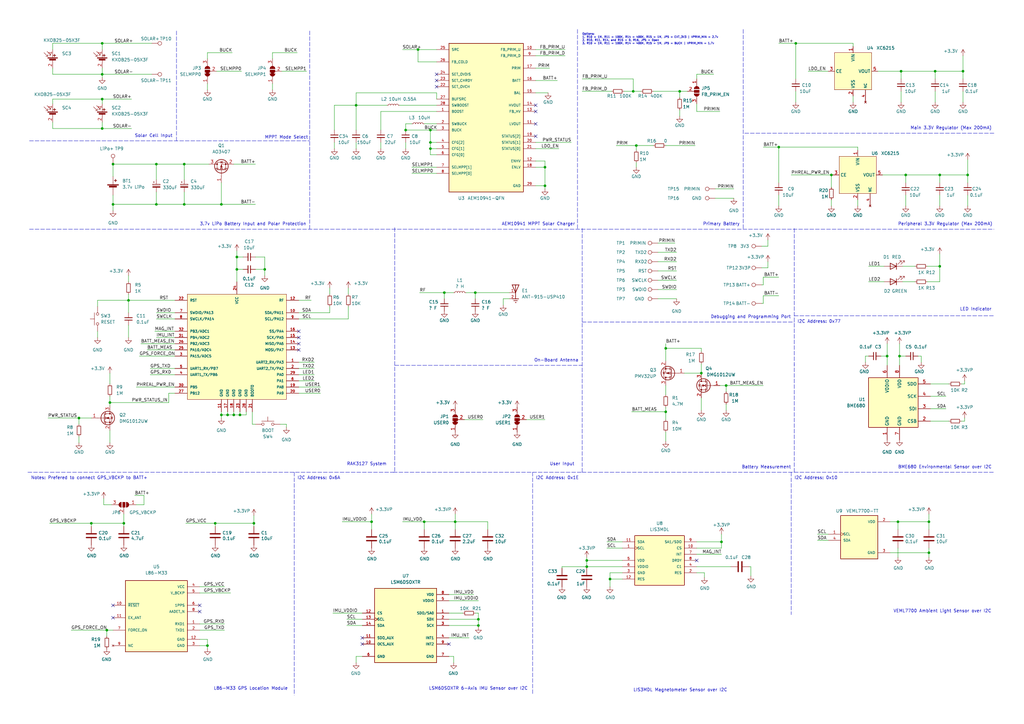
<source format=kicad_sch>
(kicad_sch (version 20211123) (generator eeschema)
  (paper "A3")
  (junction (at 176.53 60.96))
  (junction (at 223.52 76.2))
  (junction (at 32.385 171.45))
  (junction (at 166.37 53.34))
  (junction (at 171.45 20.32))
  (junction (at 85.09 264.795))
  (junction (at 176.53 53.34))
  (junction (at 383.54 29.21))
  (junction (at 182.245 120.015))
  (junction (at 41.91 52.705))
  (junction (at 273.05 142.875))
  (junction (at 64.135 83.82))
  (junction (at 186.69 213.995))
  (junction (at 41.91 30.48))
  (junction (at 297.815 158.115))
  (junction (at 319.405 60.325))
  (junction (at 90.805 170.18))
  (junction (at 64.135 67.31))
  (junction (at 260.985 59.69))
  (junction (at 95.885 170.18))
  (junction (at 108.585 110.49))
  (junction (at 394.97 29.21))
  (junction (at 369.57 29.21))
  (junction (at 90.805 83.82))
  (junction (at 396.875 71.755))
  (junction (at 278.765 37.465))
  (junction (at 75.565 67.31))
  (junction (at 152.4 213.995))
  (junction (at 240.665 232.41))
  (junction (at 46.355 83.82))
  (junction (at 43.815 258.445))
  (junction (at 326.39 17.78))
  (junction (at 368.3 213.995))
  (junction (at 93.345 170.18))
  (junction (at 173.99 213.995))
  (junction (at 273.05 168.91))
  (junction (at 223.52 68.58))
  (junction (at 363.855 146.05))
  (junction (at 340.995 71.755))
  (junction (at 88.265 214.63))
  (junction (at 381 213.995))
  (junction (at 381 226.695))
  (junction (at 104.14 214.63))
  (junction (at 250.19 237.49))
  (junction (at 50.8 214.63))
  (junction (at 41.91 17.78))
  (junction (at 385.445 109.22))
  (junction (at 46.355 67.31))
  (junction (at 194.945 120.015))
  (junction (at 385.445 71.755))
  (junction (at 368.935 146.05))
  (junction (at 52.705 123.19))
  (junction (at 37.465 214.63))
  (junction (at 196.215 254))
  (junction (at 295.91 222.25))
  (junction (at 75.565 83.82))
  (junction (at 97.155 105.41))
  (junction (at 97.155 110.49))
  (junction (at 287.655 153.035))
  (junction (at 196.215 256.54))
  (junction (at 240.665 229.87))
  (junction (at 45.085 165.1))
  (junction (at 98.425 170.18))
  (junction (at 41.91 40.64))
  (junction (at 146.05 43.18))
  (junction (at 176.53 58.42))
  (junction (at 371.475 71.755))
  (junction (at 259.715 37.465))
  (no_connect (at 179.07 33.02))
  (no_connect (at 179.07 35.56))
  (no_connect (at 179.07 30.48))
  (no_connect (at 219.71 50.8))
  (no_connect (at 219.71 45.72))
  (no_connect (at 219.71 55.88))
  (no_connect (at 285.75 229.87))
  (no_connect (at 148.59 264.16))
  (no_connect (at 219.71 43.18))
  (no_connect (at 81.915 248.285))
  (no_connect (at 81.915 250.825))
  (no_connect (at 46.355 253.365))
  (no_connect (at 46.355 248.285))
  (no_connect (at 184.15 264.16))
  (no_connect (at 148.59 261.62))
  (no_connect (at 122.555 140.97))
  (no_connect (at 122.555 143.51))
  (no_connect (at 122.555 138.43))
  (no_connect (at 122.555 135.89))
  (polyline (pts (xy 120.65 193.675) (xy 120.65 285.115)))
  (wire (pts (xy 75.565 78.74) (xy 75.565 83.82)))
  (wire (pts (xy 219.71 27.94) (xy 225.425 27.94)))
  (wire (pts (xy 293.37 77.47) (xy 300.99 77.47)))
  (wire (pts (xy 395.605 156.21) (xy 395.605 157.48)))
  (wire (pts (xy 326.39 17.78) (xy 349.885 17.78)))
  (wire (pts (xy 381.635 162.56) (xy 387.985 162.56)))
  (wire (pts (xy 81.915 262.255) (xy 85.09 262.255)))
  (wire (pts (xy 95.885 67.31) (xy 104.775 67.31)))
  (wire (pts (xy 385.445 71.755) (xy 385.445 74.93)))
  (wire (pts (xy 297.815 165.735) (xy 297.815 168.275)))
  (wire (pts (xy 100.965 170.18) (xy 98.425 170.18)))
  (wire (pts (xy 371.475 71.755) (xy 385.445 71.755)))
  (wire (pts (xy 40.005 125.73) (xy 40.005 123.19)))
  (wire (pts (xy 196.215 251.46) (xy 196.215 254)))
  (wire (pts (xy 396.875 80.01) (xy 396.875 84.455)))
  (wire (pts (xy 81.915 243.205) (xy 94.615 243.205)))
  (wire (pts (xy 312.42 100.965) (xy 314.96 100.965)))
  (wire (pts (xy 377.825 146.05) (xy 377.825 148.59)))
  (wire (pts (xy 111.76 21.59) (xy 111.76 24.13)))
  (wire (pts (xy 32.385 179.07) (xy 32.385 181.61)))
  (wire (pts (xy 41.91 30.48) (xy 41.91 31.75)))
  (wire (pts (xy 166.37 50.8) (xy 166.37 53.34)))
  (wire (pts (xy 19.685 171.45) (xy 32.385 171.45)))
  (wire (pts (xy 166.37 53.34) (xy 176.53 53.34)))
  (wire (pts (xy 260.985 59.69) (xy 260.985 61.595)))
  (wire (pts (xy 313.055 60.325) (xy 319.405 60.325)))
  (polyline (pts (xy 305.435 54.61) (xy 407.67 54.61)))
  (wire (pts (xy 182.245 120.015) (xy 182.245 122.555)))
  (wire (pts (xy 361.95 71.755) (xy 371.475 71.755)))
  (wire (pts (xy 88.265 214.63) (xy 88.265 215.9)))
  (wire (pts (xy 219.71 38.1) (xy 224.79 38.1)))
  (wire (pts (xy 186.055 271.78) (xy 186.055 269.24)))
  (wire (pts (xy 176.53 53.34) (xy 176.53 58.42)))
  (wire (pts (xy 273.05 167.005) (xy 273.05 168.91)))
  (wire (pts (xy 370.205 109.22) (xy 375.285 109.22)))
  (wire (pts (xy 21.59 17.78) (xy 41.91 17.78)))
  (wire (pts (xy 194.945 120.015) (xy 194.945 122.555)))
  (wire (pts (xy 307.34 232.41) (xy 307.975 232.41)))
  (wire (pts (xy 142.875 125.73) (xy 142.875 130.81)))
  (polyline (pts (xy 236.855 12.065) (xy 236.855 93.98)))
  (wire (pts (xy 81.915 240.665) (xy 92.075 240.665)))
  (wire (pts (xy 184.15 254) (xy 196.215 254)))
  (wire (pts (xy 37.465 214.63) (xy 37.465 215.9)))
  (wire (pts (xy 64.135 128.27) (xy 71.755 128.27)))
  (wire (pts (xy 368.3 224.79) (xy 368.3 228.6)))
  (wire (pts (xy 108.585 105.41) (xy 108.585 110.49)))
  (wire (pts (xy 21.59 40.64) (xy 21.59 42.545)))
  (wire (pts (xy 111.76 34.29) (xy 111.76 36.83)))
  (wire (pts (xy 59.055 207.01) (xy 55.88 207.01)))
  (wire (pts (xy 319.405 60.325) (xy 351.79 60.325)))
  (wire (pts (xy 381 213.995) (xy 381 217.17)))
  (wire (pts (xy 368.935 146.05) (xy 371.475 146.05)))
  (wire (pts (xy 179.07 38.1) (xy 146.05 38.1)))
  (wire (pts (xy 238.76 32.385) (xy 259.715 32.385)))
  (wire (pts (xy 146.05 38.1) (xy 146.05 43.18)))
  (wire (pts (xy 287.655 163.195) (xy 287.655 168.275)))
  (wire (pts (xy 206.375 122.555) (xy 208.915 122.555)))
  (wire (pts (xy 93.345 170.18) (xy 90.805 170.18)))
  (wire (pts (xy 326.39 37.465) (xy 326.39 41.91)))
  (wire (pts (xy 395.605 172.72) (xy 394.335 172.72)))
  (wire (pts (xy 381 226.695) (xy 381 224.79)))
  (wire (pts (xy 45.085 162.56) (xy 45.085 165.1)))
  (wire (pts (xy 121.92 21.59) (xy 111.76 21.59)))
  (wire (pts (xy 381.635 167.64) (xy 387.985 167.64)))
  (wire (pts (xy 340.995 81.915) (xy 340.995 84.455)))
  (wire (pts (xy 71.755 151.13) (xy 61.595 151.13)))
  (wire (pts (xy 98.425 170.18) (xy 95.885 170.18)))
  (polyline (pts (xy 12.065 57.785) (xy 61.595 57.785)))
  (wire (pts (xy 45.72 207.01) (xy 42.545 207.01)))
  (wire (pts (xy 326.39 17.78) (xy 326.39 32.385)))
  (wire (pts (xy 182.245 120.015) (xy 186.055 120.015)))
  (wire (pts (xy 190.5 172.085) (xy 198.12 172.085)))
  (wire (pts (xy 156.21 58.42) (xy 156.21 60.96)))
  (wire (pts (xy 104.14 214.63) (xy 104.14 215.9)))
  (polyline (pts (xy 238.76 193.675) (xy 325.755 193.675)))
  (wire (pts (xy 383.54 29.21) (xy 383.54 32.385)))
  (wire (pts (xy 250.19 234.95) (xy 250.19 237.49)))
  (wire (pts (xy 64.135 78.74) (xy 64.135 83.82)))
  (wire (pts (xy 95.885 168.91) (xy 95.885 170.18)))
  (wire (pts (xy 179.07 60.96) (xy 176.53 60.96)))
  (wire (pts (xy 368.3 213.995) (xy 381 213.995)))
  (wire (pts (xy 363.855 140.97) (xy 363.855 146.05)))
  (wire (pts (xy 42.545 207.01) (xy 42.545 204.47)))
  (wire (pts (xy 285.75 227.33) (xy 295.91 227.33)))
  (wire (pts (xy 324.485 71.755) (xy 340.995 71.755)))
  (wire (pts (xy 85.09 264.795) (xy 85.09 266.065)))
  (wire (pts (xy 64.135 67.31) (xy 64.135 73.66)))
  (wire (pts (xy 104.14 211.455) (xy 104.14 214.63)))
  (wire (pts (xy 43.815 258.445) (xy 46.355 258.445)))
  (wire (pts (xy 394.97 29.21) (xy 394.97 32.385)))
  (wire (pts (xy 97.155 110.49) (xy 97.155 115.57)))
  (wire (pts (xy 146.05 269.24) (xy 148.59 269.24)))
  (wire (pts (xy 381.635 172.72) (xy 389.255 172.72)))
  (wire (pts (xy 356.235 146.05) (xy 354.965 146.05)))
  (wire (pts (xy 64.135 67.31) (xy 75.565 67.31)))
  (wire (pts (xy 168.91 71.12) (xy 179.07 71.12)))
  (wire (pts (xy 219.71 20.32) (xy 231.775 20.32)))
  (wire (pts (xy 146.05 43.18) (xy 158.75 43.18)))
  (wire (pts (xy 380.365 115.57) (xy 385.445 115.57)))
  (wire (pts (xy 122.555 158.75) (xy 131.445 158.75)))
  (wire (pts (xy 93.345 168.91) (xy 93.345 170.18)))
  (wire (pts (xy 369.57 29.21) (xy 383.54 29.21)))
  (wire (pts (xy 52.705 123.19) (xy 52.705 120.65)))
  (wire (pts (xy 269.875 99.695) (xy 276.86 99.695)))
  (wire (pts (xy 385.445 71.755) (xy 396.875 71.755)))
  (wire (pts (xy 184.15 251.46) (xy 189.865 251.46)))
  (wire (pts (xy 75.565 67.31) (xy 85.725 67.31)))
  (wire (pts (xy 273.05 142.875) (xy 273.05 147.955)))
  (wire (pts (xy 295.275 158.115) (xy 297.815 158.115)))
  (wire (pts (xy 69.215 165.1) (xy 45.085 165.1)))
  (wire (pts (xy 55.245 203.2) (xy 59.055 203.2)))
  (wire (pts (xy 142.875 118.11) (xy 142.875 120.65)))
  (wire (pts (xy 186.055 269.24) (xy 184.15 269.24)))
  (wire (pts (xy 97.155 110.49) (xy 99.695 110.49)))
  (wire (pts (xy 85.09 34.29) (xy 85.09 36.83)))
  (wire (pts (xy 223.52 76.2) (xy 223.52 77.47)))
  (wire (pts (xy 223.52 66.04) (xy 223.52 68.58)))
  (wire (pts (xy 319.405 121.285) (xy 313.055 121.285)))
  (wire (pts (xy 285.75 45.72) (xy 285.75 42.545)))
  (wire (pts (xy 179.07 40.64) (xy 179.07 38.1)))
  (wire (pts (xy 52.705 133.35) (xy 52.705 138.43)))
  (wire (pts (xy 285.75 222.25) (xy 295.91 222.25)))
  (wire (pts (xy 240.665 229.87) (xy 255.27 229.87)))
  (wire (pts (xy 171.45 20.32) (xy 171.45 25.4)))
  (wire (pts (xy 269.875 122.555) (xy 277.495 122.555)))
  (wire (pts (xy 21.59 27.94) (xy 21.59 30.48)))
  (wire (pts (xy 365.125 226.695) (xy 381 226.695)))
  (wire (pts (xy 21.59 50.165) (xy 21.59 52.705)))
  (wire (pts (xy 252.73 59.69) (xy 260.985 59.69)))
  (wire (pts (xy 148.59 256.54) (xy 142.24 256.54)))
  (polyline (pts (xy 325.755 193.675) (xy 407.67 193.675)))
  (wire (pts (xy 37.465 214.63) (xy 50.8 214.63)))
  (wire (pts (xy 152.4 213.995) (xy 140.335 213.995)))
  (wire (pts (xy 259.715 37.465) (xy 262.89 37.465)))
  (wire (pts (xy 186.69 213.995) (xy 200.025 213.995)))
  (wire (pts (xy 307.975 232.41) (xy 307.975 236.22)))
  (wire (pts (xy 288.925 234.95) (xy 288.925 236.855)))
  (wire (pts (xy 148.59 251.46) (xy 136.525 251.46)))
  (wire (pts (xy 219.71 22.86) (xy 231.775 22.86)))
  (wire (pts (xy 57.785 140.97) (xy 71.755 140.97)))
  (wire (pts (xy 273.05 177.165) (xy 273.05 180.975)))
  (wire (pts (xy 340.995 71.755) (xy 341.63 71.755)))
  (wire (pts (xy 285.75 45.72) (xy 295.275 45.72)))
  (wire (pts (xy 179.07 25.4) (xy 171.45 25.4)))
  (polyline (pts (xy 325.755 129.54) (xy 407.67 129.54)))
  (wire (pts (xy 184.15 246.38) (xy 196.215 246.38)))
  (wire (pts (xy 314.96 100.965) (xy 314.96 98.425)))
  (wire (pts (xy 46.355 67.31) (xy 64.135 67.31)))
  (wire (pts (xy 165.1 213.995) (xy 173.99 213.995)))
  (wire (pts (xy 184.15 261.62) (xy 192.405 261.62)))
  (polyline (pts (xy 161.925 93.345) (xy 161.925 193.675)))
  (wire (pts (xy 287.655 149.225) (xy 287.655 153.035)))
  (wire (pts (xy 41.91 27.94) (xy 41.91 30.48)))
  (wire (pts (xy 186.69 210.82) (xy 186.69 213.995)))
  (wire (pts (xy 59.055 203.2) (xy 59.055 207.01)))
  (wire (pts (xy 148.59 254) (xy 142.24 254)))
  (wire (pts (xy 260.985 66.675) (xy 260.985 68.58)))
  (wire (pts (xy 165.1 20.32) (xy 171.45 20.32)))
  (wire (pts (xy 269.875 118.745) (xy 277.495 118.745)))
  (wire (pts (xy 194.945 120.015) (xy 208.915 120.015)))
  (wire (pts (xy 240.665 232.41) (xy 240.665 233.045)))
  (wire (pts (xy 319.405 60.325) (xy 319.405 74.93)))
  (wire (pts (xy 351.79 60.325) (xy 351.79 61.595)))
  (wire (pts (xy 206.375 125.095) (xy 206.375 122.555)))
  (wire (pts (xy 219.71 76.2) (xy 223.52 76.2)))
  (wire (pts (xy 363.855 146.05) (xy 361.315 146.05)))
  (wire (pts (xy 295.91 219.075) (xy 295.91 222.25)))
  (polyline (pts (xy 62.23 57.785) (xy 127 57.785)))
  (wire (pts (xy 41.91 50.165) (xy 41.91 52.705)))
  (wire (pts (xy 376.555 146.05) (xy 377.825 146.05)))
  (wire (pts (xy 81.915 255.905) (xy 92.075 255.905)))
  (wire (pts (xy 194.945 251.46) (xy 196.215 251.46)))
  (wire (pts (xy 293.37 81.28) (xy 300.99 81.28)))
  (wire (pts (xy 269.875 103.505) (xy 277.495 103.505)))
  (polyline (pts (xy 127 12.7) (xy 127 50.8)))
  (wire (pts (xy 278.765 45.085) (xy 278.765 47.625)))
  (polyline (pts (xy 72.39 12.7) (xy 72.39 57.785)))
  (wire (pts (xy 396.875 65.405) (xy 396.875 71.755)))
  (wire (pts (xy 371.475 80.01) (xy 371.475 84.455)))
  (wire (pts (xy 50.8 210.82) (xy 50.8 214.63)))
  (wire (pts (xy 45.085 153.035) (xy 45.085 157.48)))
  (wire (pts (xy 287.655 144.145) (xy 287.655 142.875)))
  (wire (pts (xy 97.155 105.41) (xy 99.695 105.41)))
  (wire (pts (xy 41.91 40.64) (xy 53.975 40.64)))
  (wire (pts (xy 269.875 107.315) (xy 277.495 107.315)))
  (wire (pts (xy 273.05 158.115) (xy 273.05 161.925)))
  (wire (pts (xy 250.19 237.49) (xy 250.19 240.665)))
  (wire (pts (xy 166.37 58.42) (xy 166.37 60.96)))
  (wire (pts (xy 259.08 168.91) (xy 273.05 168.91)))
  (wire (pts (xy 273.05 140.97) (xy 273.05 142.875)))
  (wire (pts (xy 179.07 58.42) (xy 176.53 58.42)))
  (wire (pts (xy 104.775 110.49) (xy 108.585 110.49)))
  (wire (pts (xy 295.91 222.25) (xy 295.91 224.79)))
  (wire (pts (xy 313.055 121.285) (xy 313.055 124.46)))
  (wire (pts (xy 319.405 113.665) (xy 313.055 113.665)))
  (wire (pts (xy 219.71 66.04) (xy 223.52 66.04)))
  (wire (pts (xy 21.59 17.78) (xy 21.59 20.32)))
  (polyline (pts (xy 12.065 93.98) (xy 407.67 93.98)))
  (wire (pts (xy 76.2 214.63) (xy 88.265 214.63)))
  (wire (pts (xy 230.505 232.41) (xy 240.665 232.41)))
  (wire (pts (xy 50.8 214.63) (xy 50.8 215.9)))
  (wire (pts (xy 238.76 37.465) (xy 250.825 37.465)))
  (wire (pts (xy 319.405 17.78) (xy 326.39 17.78)))
  (wire (pts (xy 278.765 37.465) (xy 281.94 37.465)))
  (wire (pts (xy 52.705 113.03) (xy 52.705 115.57)))
  (wire (pts (xy 370.205 115.57) (xy 375.285 115.57)))
  (wire (pts (xy 146.05 271.78) (xy 146.05 269.24)))
  (wire (pts (xy 32.385 171.45) (xy 37.465 171.45)))
  (wire (pts (xy 146.05 43.18) (xy 146.05 53.34)))
  (wire (pts (xy 85.09 21.59) (xy 85.09 24.13)))
  (wire (pts (xy 371.475 71.755) (xy 371.475 74.93)))
  (wire (pts (xy 285.75 30.48) (xy 285.75 32.385)))
  (wire (pts (xy 269.875 114.935) (xy 277.495 114.935)))
  (wire (pts (xy 179.07 45.72) (xy 156.21 45.72)))
  (wire (pts (xy 356.235 115.57) (xy 362.585 115.57)))
  (wire (pts (xy 365.125 213.995) (xy 368.3 213.995)))
  (wire (pts (xy 313.055 124.46) (xy 312.42 124.46)))
  (wire (pts (xy 46.355 83.82) (xy 46.355 86.36)))
  (wire (pts (xy 71.755 161.29) (xy 69.215 161.29)))
  (wire (pts (xy 173.99 213.995) (xy 173.99 217.17)))
  (wire (pts (xy 176.53 63.5) (xy 176.53 60.96)))
  (wire (pts (xy 41.91 52.705) (xy 53.975 52.705)))
  (wire (pts (xy 369.57 37.465) (xy 369.57 41.91)))
  (wire (pts (xy 255.27 222.25) (xy 248.92 222.25)))
  (wire (pts (xy 297.815 158.115) (xy 297.815 160.655)))
  (wire (pts (xy 297.815 158.115) (xy 313.055 158.115)))
  (wire (pts (xy 240.665 232.41) (xy 255.27 232.41)))
  (wire (pts (xy 219.71 68.58) (xy 223.52 68.58)))
  (polyline (pts (xy 127 93.98) (xy 127 50.8)))
  (wire (pts (xy 354.965 146.05) (xy 354.965 148.59)))
  (wire (pts (xy 380.365 109.22) (xy 385.445 109.22)))
  (wire (pts (xy 90.805 170.18) (xy 90.805 171.45)))
  (wire (pts (xy 285.75 30.48) (xy 292.735 30.48)))
  (wire (pts (xy 45.085 176.53) (xy 45.085 181.61)))
  (wire (pts (xy 21.59 30.48) (xy 41.91 30.48)))
  (wire (pts (xy 32.385 171.45) (xy 32.385 173.99)))
  (wire (pts (xy 381 226.695) (xy 381 228.6)))
  (wire (pts (xy 385.445 80.01) (xy 385.445 84.455)))
  (wire (pts (xy 351.79 81.915) (xy 351.79 84.455)))
  (wire (pts (xy 71.755 153.67) (xy 61.595 153.67)))
  (wire (pts (xy 46.355 67.31) (xy 46.355 72.39)))
  (wire (pts (xy 267.97 37.465) (xy 278.765 37.465)))
  (wire (pts (xy 60.325 143.51) (xy 71.755 143.51)))
  (wire (pts (xy 88.265 214.63) (xy 104.14 214.63)))
  (wire (pts (xy 85.09 262.255) (xy 85.09 264.795)))
  (polyline (pts (xy 218.44 193.675) (xy 218.44 284.48)))
  (wire (pts (xy 168.91 50.8) (xy 166.37 50.8)))
  (wire (pts (xy 186.69 213.995) (xy 186.69 217.17)))
  (polyline (pts (xy 238.76 132.08) (xy 325.755 132.08)))
  (wire (pts (xy 98.425 168.91) (xy 98.425 170.18)))
  (wire (pts (xy 46.355 80.01) (xy 46.355 83.82)))
  (wire (pts (xy 240.665 229.87) (xy 240.665 232.41)))
  (wire (pts (xy 63.5 135.89) (xy 71.755 135.89)))
  (wire (pts (xy 52.705 123.19) (xy 71.755 123.19)))
  (wire (pts (xy 41.91 40.64) (xy 41.91 42.545)))
  (wire (pts (xy 52.705 123.19) (xy 52.705 128.27)))
  (wire (pts (xy 395.605 157.48) (xy 394.335 157.48)))
  (wire (pts (xy 383.54 37.465) (xy 383.54 41.91)))
  (wire (pts (xy 40.005 135.89) (xy 40.005 138.43)))
  (wire (pts (xy 97.155 105.41) (xy 97.155 110.49)))
  (wire (pts (xy 394.97 37.465) (xy 394.97 41.91)))
  (wire (pts (xy 137.16 58.42) (xy 137.16 60.96)))
  (wire (pts (xy 137.16 43.18) (xy 146.05 43.18)))
  (wire (pts (xy 97.155 102.87) (xy 97.155 105.41)))
  (wire (pts (xy 81.915 258.445) (xy 92.075 258.445)))
  (wire (pts (xy 381 210.82) (xy 381 213.995)))
  (wire (pts (xy 69.215 161.29) (xy 69.215 165.1)))
  (wire (pts (xy 163.83 43.18) (xy 179.07 43.18)))
  (wire (pts (xy 219.71 33.02) (xy 228.6 33.02)))
  (wire (pts (xy 184.15 256.54) (xy 196.215 256.54)))
  (wire (pts (xy 383.54 29.21) (xy 394.97 29.21)))
  (wire (pts (xy 314.96 109.855) (xy 314.96 107.315)))
  (wire (pts (xy 335.28 219.075) (xy 339.725 219.075)))
  (wire (pts (xy 103.505 173.99) (xy 104.775 173.99)))
  (wire (pts (xy 259.715 32.385) (xy 259.715 37.465)))
  (wire (pts (xy 260.985 59.69) (xy 267.97 59.69)))
  (wire (pts (xy 191.135 120.015) (xy 194.945 120.015)))
  (polyline (pts (xy 161.29 193.675) (xy 238.76 193.675)))
  (wire (pts (xy 223.52 68.58) (xy 223.52 76.2)))
  (wire (pts (xy 255.27 224.79) (xy 248.92 224.79)))
  (wire (pts (xy 146.05 58.42) (xy 146.05 60.96)))
  (wire (pts (xy 88.9 29.21) (xy 99.06 29.21)))
  (wire (pts (xy 349.885 17.78) (xy 349.885 19.05)))
  (wire (pts (xy 152.4 210.82) (xy 152.4 213.995)))
  (wire (pts (xy 313.055 113.665) (xy 313.055 116.84)))
  (wire (pts (xy 152.4 213.995) (xy 152.4 217.17)))
  (wire (pts (xy 215.9 172.085) (xy 223.52 172.085)))
  (polyline (pts (xy 325.755 193.675) (xy 325.755 93.345)))
  (wire (pts (xy 81.915 264.795) (xy 85.09 264.795)))
  (wire (pts (xy 57.15 146.05) (xy 71.755 146.05)))
  (wire (pts (xy 172.085 120.015) (xy 182.245 120.015)))
  (wire (pts (xy 394.97 22.86) (xy 394.97 29.21)))
  (wire (pts (xy 122.555 123.19) (xy 127.635 123.19)))
  (wire (pts (xy 137.16 53.34) (xy 137.16 43.18)))
  (wire (pts (xy 179.07 63.5) (xy 176.53 63.5)))
  (wire (pts (xy 173.99 50.8) (xy 179.07 50.8)))
  (wire (pts (xy 255.905 37.465) (xy 259.715 37.465)))
  (wire (pts (xy 29.21 258.445) (xy 43.815 258.445)))
  (polyline (pts (xy 325.755 149.86) (xy 325.755 149.225)))
  (wire (pts (xy 312.42 109.855) (xy 314.96 109.855)))
  (polyline (pts (xy 161.925 149.86) (xy 238.76 149.86)))
  (wire (pts (xy 171.45 20.32) (xy 179.07 20.32)))
  (wire (pts (xy 55.88 158.75) (xy 71.755 158.75)))
  (wire (pts (xy 75.565 83.82) (xy 90.805 83.82)))
  (wire (pts (xy 75.565 67.31) (xy 75.565 73.66)))
  (wire (pts (xy 269.875 111.125) (xy 277.495 111.125)))
  (wire (pts (xy 20.32 214.63) (xy 37.465 214.63)))
  (wire (pts (xy 395.605 171.45) (xy 395.605 172.72)))
  (wire (pts (xy 230.505 233.045) (xy 230.505 232.41)))
  (wire (pts (xy 280.67 153.035) (xy 287.655 153.035)))
  (wire (pts (xy 64.135 138.43) (xy 71.755 138.43)))
  (wire (pts (xy 95.25 21.59) (xy 85.09 21.59)))
  (wire (pts (xy 176.53 53.34) (xy 179.07 53.34)))
  (wire (pts (xy 103.505 168.91) (xy 103.505 173.99)))
  (wire (pts (xy 117.475 173.99) (xy 117.475 175.26)))
  (wire (pts (xy 64.135 83.82) (xy 75.565 83.82)))
  (wire (pts (xy 340.995 76.835) (xy 340.995 71.755)))
  (wire (pts (xy 95.885 170.18) (xy 93.345 170.18)))
  (wire (pts (xy 135.255 125.73) (xy 135.255 128.27)))
  (wire (pts (xy 219.71 60.96) (xy 229.235 60.96)))
  (wire (pts (xy 135.255 118.11) (xy 135.255 120.65)))
  (polyline (pts (xy 304.8 12.065) (xy 304.8 93.98)))
  (polyline (pts (xy 324.485 193.675) (xy 324.485 252.095)))
  (wire (pts (xy 104.775 105.41) (xy 108.585 105.41)))
  (wire (pts (xy 173.99 213.995) (xy 186.69 213.995)))
  (wire (pts (xy 196.215 254) (xy 196.215 256.54)))
  (wire (pts (xy 331.47 29.21) (xy 339.725 29.21)))
  (wire (pts (xy 45.085 165.1) (xy 45.085 166.37)))
  (wire (pts (xy 90.805 168.91) (xy 90.805 170.18)))
  (wire (pts (xy 168.91 68.58) (xy 179.07 68.58)))
  (wire (pts (xy 363.855 146.05) (xy 363.855 149.86)))
  (wire (pts (xy 196.215 256.54) (xy 196.215 257.175)))
  (wire (pts (xy 122.555 161.29) (xy 131.445 161.29)))
  (wire (pts (xy 90.805 83.82) (xy 104.775 83.82)))
  (wire (pts (xy 369.57 29.21) (xy 369.57 32.385)))
  (wire (pts (xy 396.875 71.755) (xy 396.875 74.93)))
  (wire (pts (xy 368.935 146.05) (xy 368.935 149.86)))
  (wire (pts (xy 368.935 140.97) (xy 368.935 146.05)))
  (wire (pts (xy 122.555 148.59) (xy 128.905 148.59)))
  (wire (pts (xy 381.635 157.48) (xy 389.255 157.48)))
  (wire (pts (xy 122.555 151.13) (xy 128.905 151.13)))
  (wire (pts (xy 41.91 30.48) (xy 62.23 30.48)))
  (wire (pts (xy 21.59 52.705) (xy 41.91 52.705)))
  (wire (pts (xy 255.27 234.95) (xy 250.19 234.95)))
  (polyline (pts (xy 11.43 193.675) (xy 161.925 193.675)))
  (wire (pts (xy 385.445 109.22) (xy 385.445 115.57)))
  (wire (pts (xy 122.555 128.27) (xy 135.255 128.27)))
  (wire (pts (xy 368.3 213.995) (xy 368.3 217.17)))
  (wire (pts (xy 64.135 130.81) (xy 71.755 130.81)))
  (wire (pts (xy 240.665 228.6) (xy 240.665 229.87)))
  (wire (pts (xy 349.885 39.37) (xy 349.885 41.91)))
  (wire (pts (xy 122.555 156.21) (xy 128.905 156.21)))
  (wire (pts (xy 219.71 58.42) (xy 234.315 58.42)))
  (wire (pts (xy 285.75 234.95) (xy 288.925 234.95)))
  (wire (pts (xy 122.555 153.67) (xy 128.905 153.67)))
  (wire (pts (xy 90.805 74.93) (xy 90.805 83.82)))
  (polyline (pts (xy 238.76 193.675) (xy 238.76 93.345)))
  (wire (pts (xy 114.935 173.99) (xy 117.475 173.99)))
  (wire (pts (xy 156.21 45.72) (xy 156.21 53.34)))
  (wire (pts (xy 356.235 109.22) (xy 362.585 109.22)))
  (wire (pts (xy 285.75 232.41) (xy 299.72 232.41)))
  (wire (pts (xy 184.15 243.84) (xy 194.31 243.84)))
  (wire (pts (xy 313.055 116.84) (xy 312.42 116.84)))
  (wire (pts (xy 41.91 17.78) (xy 62.23 17.78)))
  (wire (pts (xy 200.025 217.17) (xy 200.025 213.995)))
  (wire (pts (xy 250.19 237.49) (xy 255.27 237.49)))
  (wire (pts (xy 122.555 130.81) (xy 142.875 130.81)))
  (wire (pts (xy 360.045 29.21) (xy 369.57 29.21)))
  (wire (pts (xy 46.355 83.82) (xy 64.135 83.82)))
  (wire (pts (xy 285.75 224.79) (xy 295.91 224.79)))
  (wire (pts (xy 176.53 60.96) (xy 176.53 58.42)))
  (wire (pts (xy 100.965 168.91) (xy 100.965 170.18)))
  (wire (pts (xy 21.59 40.64) (xy 41.91 40.64)))
  (wire (pts (xy 43.815 258.445) (xy 43.815 260.985)))
  (wire (pts (xy 335.28 221.615) (xy 339.725 221.615)))
  (wire (pts (xy 273.05 59.69) (xy 285.115 59.69)))
  (wire (pts (xy 278.765 37.465) (xy 278.765 40.005)))
  (wire (pts (xy 115.57 29.21) (xy 125.73 29.21)))
  (wire (pts (xy 273.05 168.91) (xy 273.05 172.085)))
  (wire (pts (xy 287.655 142.875) (xy 273.05 142.875)))
  (wire (pts (xy 319.405 80.01) (xy 319.405 84.455)))
  (wire (pts (xy 108.585 110.49) (xy 108.585 113.03)))
  (wire (pts (xy 40.005 123.19) (xy 52.705 123.19)))
  (wire (pts (xy 385.445 104.14) (xy 385.445 109.22)))
  (wire (pts (xy 41.91 17.78) (xy 41.91 20.32)))
  (text "On-Board Antenna" (at 219.075 148.59 0) (effects (font (size 1.27 1.27)) (justify left bottom)))
  (text "RAK3127 System" (at 142.24 191.135 0) (effects (font (size 1.27 1.27)) (justify left bottom)))
  (text "I2C Address: 0x1E" (at 219.71 196.85 0) (effects (font (size 1.27 1.27)) (justify left bottom)))
  (text "MPPT Mode Select" (at 108.585 57.15 0) (effects (font (size 1.27 1.27)) (justify left bottom)))
  (text "BME680 Environmental Sensor over I2C" (at 368.3 192.405 0) (effects (font (size 1.27 1.27)) (justify left bottom)))
  (text "LED Indicator" (at 393.7 127.635 0) (effects (font (size 1.27 1.27)) (justify left bottom)))
  (text "LSM6DSOXTR 6-Axis IMU Sensor over I2C" (at 175.895 283.21 0) (effects (font (size 1.27 1.27)) (justify left bottom)))
  (text "AEM10941 MPPT Solar Charger" (at 205.74 92.71 0) (effects (font (size 1.27 1.27)) (justify left bottom)))
  (text "Notes: Prefered to connect GPS_VBCKP to BATT+" (at 12.7 196.85 0) (effects (font (size 1.27 1.27)) (justify left bottom)))
  (text "Battery Measurement" (at 304.165 192.405 0) (effects (font (size 1.27 1.27)) (justify left bottom)))
  (text "LIS3MDL Magnetometer Sensor over I2C" (at 259.715 283.845 0) (effects (font (size 1.27 1.27)) (justify left bottom)))
  (text "VEML7700 Ambient Light Sensor over I2C" (at 366.395 251.46 0) (effects (font (size 1.27 1.27)) (justify left bottom)))
  (text "I2C Address: 0x6A" (at 121.92 196.85 0) (effects (font (size 1.27 1.27)) (justify left bottom)))
  (text "Solar Cell Input" (at 55.245 56.515 0) (effects (font (size 1.27 1.27)) (justify left bottom)))
  (text "L86-M33 GPS Location Module" (at 87.63 283.21 0) (effects (font (size 1.27 1.27)) (justify left bottom)))
  (text "I2C Address: 0x10" (at 325.755 196.85 0) (effects (font (size 1.27 1.27)) (justify left bottom)))
  (text "Primary Battery" (at 288.29 92.71 0) (effects (font (size 1.27 1.27)) (justify left bottom)))
  (text "3.7v LiPo Battery Input and Polar Protection" (at 81.915 92.71 0) (effects (font (size 1.27 1.27)) (justify left bottom)))
  (text "User Input" (at 225.425 191.135 0) (effects (font (size 1.27 1.27)) (justify left bottom)))
  (text "I2C Address: 0x77" (at 327.025 132.715 0) (effects (font (size 1.27 1.27)) (justify left bottom)))
  (text "Peripheral 3.3V Regulator (Max 200mA)" (at 368.3 92.71 0) (effects (font (size 1.27 1.27)) (justify left bottom)))
  (text "Main 3.3V Regulator (Max 200mA)" (at 373.38 53.34 0) (effects (font (size 1.27 1.27)) (justify left bottom)))
  (text "Options:\n1. R10 = 1M, R11 = 100K, R14 = 400K, R15 = 1M, JP5 = EXT_3V3 | VPRIM_MIN = 2.7v\n2. R10, R11, R14, and R15 = 0, R16, JP5 = Open\n3. R10 = 1M, R11 = 100K, R14 = 400K, R15 = 1M, JP5 = BUCK | VPRIM_MIN = 1.7v" (at 238.76 18.415 0) (effects (font (size 0.8 0.8)) (justify left bottom)))
  (text "Debugging and Programming Port" (at 291.465 130.81 0) (effects (font (size 1.27 1.27)) (justify left bottom)))
  (label "PWR_STATUS_IN" (at 53.975 165.1 0))
  (label "FB_PRIM_D" (at 231.775 22.86 180))
  (label "TXD2" (at 277.495 103.505 180))
  (label "SWCLK" (at 277.495 114.935 180))
  (label "RF" (at 172.085 120.015 0))
  (label "PHREAL_PWR_EN" (at 55.88 158.75 0))
  (label "BUCK" (at 95.25 21.59 180))
  (label "GPS_RXD" (at 92.075 255.905 180))
  (label "FB_PRIM_U" (at 238.76 32.385 0))
  (label "SOLAR+" (at 165.1 20.32 0))
  (label "LED1" (at 128.905 153.67 180))
  (label "BUCK" (at 121.92 21.59 180))
  (label "BATT_MEAS" (at 60.325 143.51 0))
  (label "IMU_VDDIO" (at 196.215 246.38 180))
  (label "SOLAR+" (at 53.975 40.64 180))
  (label "SOLAR-" (at 54.61 30.48 180))
  (label "SOLAR+" (at 54.61 17.78 180))
  (label "GPS_VBCKP" (at 94.615 243.205 180))
  (label "SCL" (at 387.985 162.56 180))
  (label "GPS_VBCKP" (at 20.32 214.63 0))
  (label "FB_PRIM_D" (at 238.76 37.465 0))
  (label "SCL" (at 142.24 254 0))
  (label "PRIMIN" (at 276.86 99.695 180))
  (label "BATT-" (at 319.405 121.285 180))
  (label "PRIM" (at 225.425 27.94 180))
  (label "SDA" (at 335.28 221.615 0))
  (label "SDA" (at 127.635 128.27 180))
  (label "IMU_VDDIO" (at 140.335 213.995 0))
  (label "USER0" (at 131.445 161.29 180))
  (label "GPS_VCC" (at 92.075 240.665 180))
  (label "SCL" (at 335.28 219.075 0))
  (label "BATT_MEAS_EN" (at 57.785 140.97 0))
  (label "PRIMIN" (at 285.115 59.69 180))
  (label "SWDIO" (at 64.135 128.27 0))
  (label "RST" (at 277.495 111.125 180))
  (label "SELMPP1" (at 125.73 29.21 180))
  (label "USER1" (at 131.445 158.75 180))
  (label "GPS_VCC" (at 76.2 214.63 0))
  (label "LDO_EN" (at 229.235 60.96 180))
  (label "FB_PRIM_U" (at 231.775 20.32 180))
  (label "PRIM" (at 252.73 59.69 0))
  (label "GPS_FORCE_ON" (at 57.15 146.05 0))
  (label "IMU_INT" (at 192.405 261.62 180))
  (label "MAG_INT" (at 295.91 227.33 180))
  (label "LDO_EN" (at 331.47 29.21 0))
  (label "BATT+" (at 55.245 203.2 0))
  (label "BUCK" (at 173.99 53.34 0))
  (label "SELMPP0" (at 168.91 71.12 0))
  (label "SDA" (at 248.92 222.25 0))
  (label "GPS_RXD" (at 61.595 153.67 0))
  (label "RXD2" (at 128.905 148.59 180))
  (label "BATT-" (at 104.775 83.82 180))
  (label "SELMPP1" (at 168.91 68.58 0))
  (label "PRIMIN" (at 295.275 45.72 180))
  (label "TXD2" (at 128.905 151.13 180))
  (label "RF" (at 127.635 123.19 180))
  (label "GPS_TXD" (at 61.595 151.13 0))
  (label "RXD2" (at 277.495 107.315 180))
  (label "IMU_VDDIO" (at 136.525 251.46 0))
  (label "BUCK" (at 292.735 30.48 180))
  (label "PRIMIN" (at 300.99 77.47 180))
  (label "MAG_INT" (at 63.5 135.89 0))
  (label "BATT+" (at 319.405 17.78 0))
  (label "USER1" (at 223.52 172.085 180))
  (label "PHREAL_PWR_EN" (at 324.485 71.755 0))
  (label "BATT+" (at 228.6 33.02 180))
  (label "BATT+" (at 313.055 60.325 0))
  (label "BATT+" (at 104.775 67.31 180))
  (label "LED1" (at 356.235 109.22 0))
  (label "PWR_STATUS" (at 234.315 58.42 180))
  (label "BATT_MEAS" (at 259.08 168.91 0))
  (label "SCL" (at 248.92 224.79 0))
  (label "IMU_VDD" (at 165.1 213.995 0))
  (label "SWDIO" (at 277.495 118.745 180))
  (label "LED2" (at 128.905 156.21 180))
  (label "GPS_TXD" (at 92.075 258.445 180))
  (label "RST" (at 65.405 123.19 0))
  (label "LED2" (at 356.235 115.57 0))
  (label "GPS_FORCE_ON" (at 29.21 258.445 0))
  (label "IMU_VDD" (at 194.31 243.84 180))
  (label "SDA" (at 142.24 256.54 0))
  (label "IMU_INT" (at 64.135 138.43 0))
  (label "SWCLK" (at 64.135 130.81 0))
  (label "BATT+" (at 273.05 140.97 0))
  (label "SOLAR-" (at 53.975 52.705 180))
  (label "BATT_MEAS_EN" (at 313.055 158.115 180))
  (label "SELMPP0" (at 99.06 29.21 180))
  (label "USER0" (at 198.12 172.085 180))
  (label "PWR_STATUS" (at 19.685 171.45 0))
  (label "SDA" (at 387.985 167.64 180))
  (label "BATT+" (at 319.405 113.665 180))
  (label "SCL" (at 127.635 130.81 180))
  (symbol (lib_id "Teapot:RAK3172") (at 97.155 142.24 0) (unit 1)
    (property "Reference" "U2" (effects hide))
    (property "Value" "RAK3172" (effects hide))
    (property "Footprint" "Teapot:RAK3172" (effects hide))
  )
  (symbol (lib_id "Device:C_Small") (at 396.875 77.47 0) (unit 1)
    (property "Reference" "C24" (at 402.59 77.47 0) (effects (justify right)))
    (property "Value" "0.1uF" (at 403.225 80.01 0) (effects (justify right)))
    (property "Footprint" "Capacitor_SMD:C_0603_1608Metric" (effects hide))
    (property "Datasheet" "https://product.tdk.com/system/files/dam/doc/product/capacitor/ceramic/mlcc/catalog/mlcc_commercial_general_en.pdf" (effects hide))
    (property "Mouser" "https://www.mouser.com/ProductDetail/Murata-Electronics/GRM188R61A226ME15D?qs=eeBpzGFlv%252B8DV%2FrilzyhAw%3D%3D&gclid=Cj0KCQjwn4qWBhCvARIsAFNAMijttFPRtrXWYJjjdc3F7Yr8ZlLfo9gaIVHNlfh9bZOT-ul2jVOpdVYaAk1sEALw_wcB" (effects hide))
  )
  (symbol (lib_id "power:GND") (at 287.655 168.275 0) (mirror y) (unit 1)
    (property "Reference" "#PWR0139" (effects hide))
    (property "Value" "GND" (at 287.655 172.085 0))
  )
  (symbol (lib_id "Connector:TestPoint") (at 269.875 111.125 90) (unit 1)
    (property "Reference" "TP5" (at 254.635 111.125 90))
    (property "Value" "RST" (at 263.525 111.125 90))
    (property "Footprint" "TestPoint:TestPoint_Pad_1.5x1.5mm" (effects hide))
  )
  (symbol (lib_id "power:GND") (at 224.79 38.1 0) (unit 1)
    (property "Reference" "#PWR0118" (effects hide))
    (property "Value" "GND" (at 224.79 41.91 0))
  )
  (symbol (lib_id "power:GND") (at 326.39 41.91 0) (unit 1)
    (property "Reference" "#PWR0127" (effects hide))
    (property "Value" "GND" (at 326.39 45.72 0))
  )
  (symbol (lib_id "power:GND") (at 137.16 60.96 0) (unit 1)
    (property "Reference" "#PWR0169" (effects hide))
    (property "Value" "GND" (at 137.16 64.77 0))
  )
  (symbol (lib_id "power:GND") (at 307.975 236.22 0) (unit 1)
    (property "Reference" "#PWR0165" (effects hide))
    (property "Value" "GND" (at 308.102 240.6142 0))
  )
  (symbol (lib_id "power:GND") (at 40.005 138.43 0) (unit 1)
    (property "Reference" "#PWR017" (effects hide))
    (property "Value" "GND" (at 40.005 143.51 0))
  )
  (symbol (lib_id "power:GND") (at 385.445 84.455 0) (unit 1)
    (property "Reference" "#PWR0125" (effects hide))
    (property "Value" "GND" (at 385.445 88.265 0))
  )
  (symbol (lib_id "Device:R_Small") (at 377.825 115.57 270) (mirror x) (unit 1)
    (property "Reference" "R13" (at 381.635 118.11 90))
    (property "Value" "1K" (at 377.825 118.11 90))
    (property "Footprint" "Resistor_SMD:R_0603_1608Metric" (effects hide))
  )
  (symbol (lib_id "Device:C") (at 240.665 236.855 0) (mirror y) (unit 1)
    (property "Reference" "C29" (at 240.03 234.315 0) (effects (justify left)))
    (property "Value" "1uF" (at 240.03 239.395 0) (effects (justify left)))
    (property "Footprint" "Capacitor_SMD:C_0603_1608Metric" (effects hide))
  )
  (symbol (lib_id "power:+3.3VP") (at 396.875 65.405 0) (unit 1)
    (property "Reference" "#PWR0135" (effects hide))
    (property "Value" "+3.3VP" (at 391.795 63.5 0))
  )
  (symbol (lib_id "Connector:TestPoint") (at 312.42 100.965 90) (unit 1)
    (property "Reference" "TP8" (at 300.355 100.965 90))
    (property "Value" "3V3" (at 305.435 100.965 90))
    (property "Footprint" "TestPoint:TestPoint_Pad_D1.0mm" (effects hide))
  )
  (symbol (lib_id "power:GND") (at 173.99 224.79 0) (unit 1)
    (property "Reference" "#PWR0160" (effects hide))
    (property "Value" "GND" (at 174.117 229.1842 0))
  )
  (symbol (lib_id "power:GND") (at 300.99 81.28 0) (unit 1)
    (property "Reference" "#PWR0171" (effects hide))
    (property "Value" "GND" (at 300.99 86.36 0))
  )
  (symbol (lib_id "power:GND") (at 223.52 77.47 0) (unit 1)
    (property "Reference" "#PWR0109" (effects hide))
    (property "Value" "GND" (at 223.52 81.28 0))
  )
  (symbol (lib_id "power:GND") (at 196.215 257.175 0) (mirror y) (unit 1)
    (property "Reference" "#PWR0173" (effects hide))
    (property "Value" "GND" (at 196.088 261.5692 0))
  )
  (symbol (lib_id "power:+3.3V") (at 97.155 102.87 0) (unit 1)
    (property "Reference" "#PWR0117" (effects hide))
    (property "Value" "+3.3V" (at 92.075 100.965 0))
  )
  (symbol (lib_id "Jumper:SolderJumper_3_Open") (at 50.8 207.01 0) (mirror y) (unit 1)
    (property "Reference" "JP6" (at 49.53 210.185 0) (effects (justify left)))
    (property "Value" "GPS_VBCKP" (at 64.135 210.185 0) (effects (justify left)))
    (property "Footprint" "Jumper:SolderJumper-3_P1.3mm_Open_RoundedPad1.0x1.5mm_NumberLabels" (effects hide))
  )
  (symbol (lib_id "Device:C_Small") (at 369.57 34.925 0) (unit 1)
    (property "Reference" "C13" (at 375.285 34.925 0) (effects (justify right)))
    (property "Value" "10uF" (at 375.92 37.465 0) (effects (justify right)))
    (property "Footprint" "Capacitor_SMD:C_0603_1608Metric" (effects hide))
    (property "Datasheet" "https://product.tdk.com/system/files/dam/doc/product/capacitor/ceramic/mlcc/catalog/mlcc_commercial_general_en.pdf" (effects hide))
    (property "Mouser" "https://www.mouser.com/ProductDetail/Murata-Electronics/GRM188R61A226ME15D?qs=eeBpzGFlv%252B8DV%2FrilzyhAw%3D%3D&gclid=Cj0KCQjwn4qWBhCvARIsAFNAMijttFPRtrXWYJjjdc3F7Yr8ZlLfo9gaIVHNlfh9bZOT-ul2jVOpdVYaAk1sEALw_wcB" (effects hide))
  )
  (symbol (lib_id "power:GND") (at 319.405 84.455 0) (unit 1)
    (property "Reference" "#PWR0147" (effects hide))
    (property "Value" "GND" (at 319.405 88.265 0))
  )
  (symbol (lib_id "Device:R_Small") (at 278.765 42.545 0) (unit 1)
    (property "Reference" "R15" (at 280.035 41.275 0) (effects (justify left)))
    (property "Value" "1M" (at 280.035 43.815 0) (effects (justify left)))
    (property "Footprint" "Resistor_SMD:R_0603_1608Metric" (effects hide))
  )
  (symbol (lib_id "Device:R_Small") (at 135.255 123.19 0) (unit 1)
    (property "Reference" "R6" (at 136.525 121.92 0) (effects (justify left)))
    (property "Value" "10K" (at 136.525 124.46 0) (effects (justify left)))
    (property "Footprint" "Resistor_SMD:R_0603_1608Metric" (effects hide))
  )
  (symbol (lib_id "power:+3.3VP") (at 363.855 140.97 0) (unit 1)
    (property "Reference" "#PWR0149" (effects hide))
    (property "Value" "+3.3VP" (at 361.315 136.525 0))
  )
  (symbol (lib_id "power:+3.3VP") (at 395.605 156.21 0) (unit 1)
    (property "Reference" "#PWR0152" (effects hide))
    (property "Value" "+3.3VP" (at 395.605 151.765 0))
  )
  (symbol (lib_id "power:GND") (at 240.665 240.665 0) (mirror y) (unit 1)
    (property "Reference" "#PWR0130" (effects hide))
    (property "Value" "GND" (at 240.538 245.0592 0))
  )
  (symbol (lib_id "power:GND") (at 368.3 228.6 0) (unit 1)
    (property "Reference" "#PWR0168" (effects hide))
    (property "Value" "GND" (at 368.427 232.9942 0))
  )
  (symbol (lib_id "Device:LED") (at 366.395 115.57 180) (unit 1)
    (property "Reference" "D2" (at 363.855 119.38 0))
    (property "Value" "GREEN" (at 368.935 119.38 0))
    (property "Footprint" "LED_SMD:LED_0603_1608Metric" (effects hide))
  )
  (symbol (lib_id "power:GND") (at 46.355 86.36 0) (unit 1)
    (property "Reference" "#PWR013" (effects hide))
    (property "Value" "GND" (at 46.355 91.44 0))
  )
  (symbol (lib_id "power:GND") (at 182.245 127.635 0) (unit 1)
    (property "Reference" "#PWR0105" (effects hide))
    (property "Value" "GND" (at 182.245 131.445 0))
  )
  (symbol (lib_id "Connector:TestPoint") (at 269.875 99.695 90) (unit 1)
    (property "Reference" "TP1" (at 254.635 99.695 90))
    (property "Value" "PRIMIN" (at 261.62 99.695 90))
    (property "Footprint" "TestPoint:TestPoint_Pad_1.5x1.5mm" (effects hide))
  )
  (symbol (lib_id "Device:C") (at 303.53 232.41 90) (unit 1)
    (property "Reference" "C28" (at 307.975 228.6 90) (effects (justify left)))
    (property "Value" "0.1uF" (at 302.895 228.6 90) (effects (justify left)))
    (property "Footprint" "Capacitor_SMD:C_0603_1608Metric" (effects hide))
  )
  (symbol (lib_id "Device:C") (at 173.99 220.98 0) (unit 1)
    (property "Reference" "C26" (at 176.911 219.8116 0) (effects (justify left)))
    (property "Value" "0.1uF" (at 176.911 222.123 0) (effects (justify left)))
    (property "Footprint" "Capacitor_SMD:C_0603_1608Metric" (effects hide))
  )
  (symbol (lib_id "power:GND") (at 90.805 171.45 0) (unit 1)
    (property "Reference" "#PWR021" (effects hide))
    (property "Value" "GND" (at 90.805 176.53 0))
  )
  (symbol (lib_id "power:+3.3V") (at 186.69 167.005 0) (unit 1)
    (property "Reference" "#PWR0107" (effects hide))
    (property "Value" "+3.3V" (at 181.61 165.1 0))
  )
  (symbol (lib_id "power:GND") (at 104.14 223.52 0) (unit 1)
    (property "Reference" "#PWR0141" (effects hide))
    (property "Value" "GND" (at 104.267 227.9142 0))
  )
  (symbol (lib_id "Sensor:BME680") (at 366.395 165.1 0) (unit 1)
    (property "Reference" "U1" (at 354.965 163.8299 0) (effects (justify right)))
    (property "Value" "BME680" (at 354.965 166.3699 0) (effects (justify right)))
    (property "Footprint" "Teapot:BME680-PSON80P300X300X100-8N" (effects hide))
    (property "Datasheet" "https://ae-bst.resource.bosch.com/media/_tech/media/datasheets/BST-BME680-DS001.pdf" (effects hide))
  )
  (symbol (lib_id "Jumper:SolderJumper_3_Bridged12") (at 212.09 172.085 90) (unit 1)
    (property "Reference" "JP2" (at 209.55 170.8149 90) (effects (justify left)))
    (property "Value" "USER1" (at 209.55 173.3549 90) (effects (justify left)))
    (property "Footprint" "Jumper:SolderJumper-3_P1.3mm_Bridged12_RoundedPad1.0x1.5mm_NumberLabels" (effects hide))
  )
  (symbol (lib_id "power:GND") (at 363.855 180.34 0) (unit 1)
    (property "Reference" "#PWR06" (effects hide))
    (property "Value" "GND" (at 363.855 185.42 0))
  )
  (symbol (lib_id "Teapot:LIS3MDL") (at 270.51 229.87 0) (unit 1)
    (property "Reference" "U8" (at 270.51 214.63 0))
    (property "Value" "LIS3MDL" (at 270.51 217.17 0))
    (property "Footprint" "Teapot:LGA12_ST" (effects hide))
  )
  (symbol (lib_id "Device:R_Small") (at 340.995 79.375 0) (mirror y) (unit 1)
    (property "Reference" "R20" (at 339.725 78.105 0) (effects (justify left)))
    (property "Value" "1M" (at 339.725 80.645 0) (effects (justify left)))
    (property "Footprint" "Resistor_SMD:R_0603_1608Metric" (effects hide))
  )
  (symbol (lib_id "power:+3.3VP") (at 42.545 204.47 0) (unit 1)
    (property "Reference" "#PWR0153" (effects hide))
    (property "Value" "+3.3VP" (at 37.465 202.565 0))
  )
  (symbol (lib_id "power:+3.3VP") (at 314.96 107.315 0) (unit 1)
    (property "Reference" "#PWR0126" (effects hide))
    (property "Value" "+3.3VP" (at 309.88 105.41 0))
  )
  (symbol (lib_id "Device:R_Small") (at 297.815 163.195 0) (mirror y) (unit 1)
    (property "Reference" "R18" (at 302.895 161.925 0) (effects (justify left)))
    (property "Value" "1M" (at 302.895 164.465 0) (effects (justify left)))
    (property "Footprint" "Resistor_SMD:R_0603_1608Metric" (effects hide))
  )
  (symbol (lib_id "power:GND") (at 354.965 148.59 0) (unit 1)
    (property "Reference" "#PWR04" (effects hide))
    (property "Value" "GND" (at 352.425 152.4 0) (effects (justify left)))
  )
  (symbol (lib_id "power:GND") (at 166.37 60.96 0) (unit 1)
    (property "Reference" "#PWR0111" (effects hide))
    (property "Value" "GND" (at 166.37 64.77 0))
  )
  (symbol (lib_id "power:GND") (at 230.505 240.665 0) (mirror y) (unit 1)
    (property "Reference" "#PWR0158" (effects hide))
    (property "Value" "GND" (at 230.378 245.0592 0))
  )
  (symbol (lib_id "power:GND") (at 200.025 224.79 0) (unit 1)
    (property "Reference" "#PWR0172" (effects hide))
    (property "Value" "GND" (at 200.152 229.1842 0))
  )
  (symbol (lib_id "Device:Q_PMOS_GSD") (at 275.59 153.035 180) (unit 1)
    (property "Reference" "Q3" (at 269.24 151.7649 0) (effects (justify left)))
    (property "Value" "PMV32UP" (at 269.24 154.3049 0) (effects (justify left)))
    (property "Footprint" "Package_TO_SOT_SMD:SOT-23" (effects hide))
    (property "Datasheet" "https://www.mouser.com/datasheet/2/916/PMV32UP-2938736.pdf" (effects hide))
  )
  (symbol (lib_id "Device:C_Small") (at 358.775 146.05 90) (mirror x) (unit 1)
    (property "Reference" "C3" (at 358.775 142.24 90) (effects (justify right)))
    (property "Value" "0.1uF" (at 352.425 142.24 90) (effects (justify right)))
    (property "Footprint" "Capacitor_SMD:C_0603_1608Metric" (effects hide))
  )
  (symbol (lib_id "power:+3.3V") (at 142.875 118.11 0) (mirror y) (unit 1)
    (property "Reference" "#PWR0119" (effects hide))
    (property "Value" "+3.3V" (at 147.955 116.205 0))
  )
  (symbol (lib_id "power:GND") (at 156.21 60.96 0) (unit 1)
    (property "Reference" "#PWR0110" (effects hide))
    (property "Value" "GND" (at 156.21 64.77 0))
  )
  (symbol (lib_id "Connector:TestPoint") (at 293.37 77.47 90) (unit 1)
    (property "Reference" "TP15" (at 276.225 77.47 90))
    (property "Value" "PRIMIN" (at 283.845 77.47 90))
    (property "Footprint" "TestPoint:TestPoint_Pad_D2.0mm" (effects hide))
  )
  (symbol (lib_id "power:+3.3VP") (at 186.69 210.82 0) (unit 1)
    (property "Reference" "#PWR0164" (effects hide))
    (property "Value" "+3.3VP" (at 181.61 208.915 0))
  )
  (symbol (lib_id "Device:C_Small") (at 156.21 55.88 0) (unit 1)
    (property "Reference" "C7" (at 161.29 55.88 0) (effects (justify right)))
    (property "Value" "22uF" (at 162.56 58.42 0) (effects (justify right)))
    (property "Footprint" "Capacitor_SMD:C_0603_1608Metric" (effects hide))
    (property "Datasheet" "https://www.mouser.com/datasheet/2/281/1/GRM188R61A226ME15_02A-1985787.pdf" (effects hide))
    (property "Mouser" "https://www.mouser.com/ProductDetail/Murata-Electronics/GRM188R61A226ME15D?qs=eeBpzGFlv%252B8DV%2FrilzyhAw%3D%3D&gclid=Cj0KCQjwn4qWBhCvARIsAFNAMijttFPRtrXWYJjjdc3F7Yr8ZlLfo9gaIVHNlfh9bZOT-ul2jVOpdVYaAk1sEALw_wcB" (effects hide))
  )
  (symbol (lib_id "Device:C") (at 381 220.98 0) (unit 1)
    (property "Reference" "C31" (at 383.921 219.8116 0) (effects (justify left)))
    (property "Value" "10uF" (at 383.921 222.123 0) (effects (justify left)))
    (property "Footprint" "Capacitor_SMD:C_0603_1608Metric" (effects hide))
  )
  (symbol (lib_id "power:GND") (at 351.79 84.455 0) (unit 1)
    (property "Reference" "#PWR0148" (effects hide))
    (property "Value" "GND" (at 351.79 88.265 0))
  )
  (symbol (lib_id "Device:C_Small") (at 102.235 110.49 270) (unit 1)
    (property "Reference" "C12" (at 102.235 116.84 90))
    (property "Value" "0.1uF" (at 102.235 114.3 90))
    (property "Footprint" "Capacitor_SMD:C_0603_1608Metric" (effects hide))
  )
  (symbol (lib_id "power:GND") (at 212.09 177.165 0) (unit 1)
    (property "Reference" "#PWR0102" (effects hide))
    (property "Value" "GND" (at 212.09 182.245 0))
  )
  (symbol (lib_id "Device:C") (at 186.69 220.98 0) (unit 1)
    (property "Reference" "C27" (at 189.611 219.8116 0) (effects (justify left)))
    (property "Value" "2.2uF" (at 189.611 222.123 0) (effects (justify left)))
    (property "Footprint" "Capacitor_SMD:C_0603_1608Metric" (effects hide))
  )
  (symbol (lib_id "power:+3.3V") (at 45.085 153.035 0) (unit 1)
    (property "Reference" "#PWR0101" (effects hide))
    (property "Value" "+3.3V" (at 40.005 151.13 0))
  )
  (symbol (lib_id "Device:C_Small") (at 182.245 125.095 180) (unit 1)
    (property "Reference" "C15" (at 175.895 123.825 0) (effects (justify right)))
    (property "Value" "? F" (at 175.895 126.365 0) (effects (justify right)))
    (property "Footprint" "Capacitor_SMD:C_0603_1608Metric" (effects hide))
  )
  (symbol (lib_id "Device:C") (at 104.14 219.71 0) (unit 1)
    (property "Reference" "C1" (at 107.061 218.5416 0) (effects (justify left)))
    (property "Value" "10uF" (at 107.061 220.853 0) (effects (justify left)))
    (property "Footprint" "Capacitor_SMD:C_0603_1608Metric" (effects hide))
  )
  (symbol (lib_id "power:GND") (at 32.385 181.61 0) (unit 1)
    (property "Reference" "#PWR0112" (effects hide))
    (property "Value" "GND" (at 32.385 185.42 0))
  )
  (symbol (lib_id "power:GND") (at 383.54 41.91 0) (unit 1)
    (property "Reference" "#PWR0137" (effects hide))
    (property "Value" "GND" (at 383.54 45.72 0))
  )
  (symbol (lib_id "power:GND") (at 108.585 113.03 0) (unit 1)
    (property "Reference" "#PWR024" (effects hide))
    (property "Value" "GND" (at 108.585 118.11 0))
  )
  (symbol (lib_id "power:GND") (at 206.375 125.095 0) (unit 1)
    (property "Reference" "#PWR030" (effects hide))
    (property "Value" "GND" (at 206.375 128.905 0))
  )
  (symbol (lib_id "Device:C_Small") (at 394.97 34.925 0) (unit 1)
    (property "Reference" "C18" (at 400.685 34.925 0) (effects (justify right)))
    (property "Value" "0.1uF" (at 401.32 37.465 0) (effects (justify right)))
    (property "Footprint" "Capacitor_SMD:C_0603_1608Metric" (effects hide))
    (property "Datasheet" "https://product.tdk.com/system/files/dam/doc/product/capacitor/ceramic/mlcc/catalog/mlcc_commercial_general_en.pdf" (effects hide))
    (property "Mouser" "https://www.mouser.com/ProductDetail/Murata-Electronics/GRM188R61A226ME15D?qs=eeBpzGFlv%252B8DV%2FrilzyhAw%3D%3D&gclid=Cj0KCQjwn4qWBhCvARIsAFNAMijttFPRtrXWYJjjdc3F7Yr8ZlLfo9gaIVHNlfh9bZOT-ul2jVOpdVYaAk1sEALw_wcB" (effects hide))
  )
  (symbol (lib_id "Teapot:LSM6DSOXTR") (at 166.37 256.54 0) (unit 1)
    (property "Reference" "U7" (at 166.37 236.22 0))
    (property "Value" "LSM6DSOXTR" (at 166.37 238.76 0))
    (property "Footprint" "Teapot:PQFN50P250X300X97-14N_0.59x0.30" (effects hide))
  )
  (symbol (lib_id "power:GND") (at 194.945 127.635 0) (unit 1)
    (property "Reference" "#PWR0106" (effects hide))
    (property "Value" "GND" (at 194.945 131.445 0))
  )
  (symbol (lib_id "power:GND") (at 186.055 271.78 0) (mirror y) (unit 1)
    (property "Reference" "#PWR0175" (effects hide))
    (property "Value" "GND" (at 185.928 276.1742 0))
  )
  (symbol (lib_id "Device:C") (at 152.4 220.98 0) (unit 1)
    (property "Reference" "C25" (at 155.321 219.8116 0) (effects (justify left)))
    (property "Value" "0.1uF" (at 155.321 222.123 0) (effects (justify left)))
    (property "Footprint" "Capacitor_SMD:C_0603_1608Metric" (effects hide))
  )
  (symbol (lib_id "Connector:TestPoint") (at 312.42 124.46 90) (unit 1)
    (property "Reference" "TP14" (at 299.085 124.46 90))
    (property "Value" "BATT-" (at 304.8 124.46 90))
    (property "Footprint" "TestPoint:TestPoint_Pad_D1.0mm" (effects hide))
  )
  (symbol (lib_id "Device:R_Small") (at 287.655 146.685 0) (mirror y) (unit 1)
    (property "Reference" "R17" (at 285.115 145.4149 0) (effects (justify left)))
    (property "Value" "1M" (at 285.115 147.9549 0) (effects (justify left)))
    (property "Footprint" "Resistor_SMD:R_0603_1608Metric" (effects hide))
  )
  (symbol (lib_id "power:GND") (at 146.05 60.96 0) (unit 1)
    (property "Reference" "#PWR0123" (effects hide))
    (property "Value" "GND" (at 146.05 64.77 0))
  )
  (symbol (lib_id "power:+3.3VP") (at 152.4 210.82 0) (mirror y) (unit 1)
    (property "Reference" "#PWR0163" (effects hide))
    (property "Value" "+3.3VP" (at 157.48 208.915 0))
  )
  (symbol (lib_id "power:GND") (at 41.91 31.75 0) (unit 1)
    (property "Reference" "#PWR0121" (effects hide))
    (property "Value" "GND" (at 41.91 36.195 0))
  )
  (symbol (lib_id "Device:L_Small") (at 188.595 120.015 90) (unit 1)
    (property "Reference" "L1" (at 188.595 114.935 90))
    (property "Value" "? H" (at 188.595 117.475 90))
    (property "Footprint" "Inductor_SMD:L_0603_1608Metric" (effects hide))
  )
  (symbol (lib_id "power:+3.3V") (at 314.96 98.425 0) (unit 1)
    (property "Reference" "#PWR0154" (effects hide))
    (property "Value" "+3.3V" (at 309.88 96.52 0))
  )
  (symbol (lib_id "power:+3.3V") (at 135.255 118.11 0) (unit 1)
    (property "Reference" "#PWR0114" (effects hide))
    (property "Value" "+3.3V" (at 130.175 116.205 0))
  )
  (symbol (lib_id "Jumper:SolderJumper_3_Open") (at 285.75 37.465 270) (unit 1)
    (property "Reference" "JP5" (at 287.655 36.1949 90) (effects (justify left)))
    (property "Value" "FB_PRIM_EN" (at 287.655 38.7349 90) (effects (justify left)))
    (property "Footprint" "Jumper:SolderJumper-3_P1.3mm_Open_RoundedPad1.0x1.5mm_NumberLabels" (effects hide))
  )
  (symbol (lib_id "Device:R_Small") (at 270.51 59.69 90) (unit 1)
    (property "Reference" "R16" (at 269.24 57.785 90) (effects (justify left)))
    (property "Value" "0" (at 273.685 57.785 90) (effects (justify left)))
    (property "Footprint" "Resistor_SMD:R_0603_1608Metric" (effects hide))
  )
  (symbol (lib_id "Device:C_Small") (at 326.39 34.925 0) (unit 1)
    (property "Reference" "C10" (at 332.74 34.925 0) (effects (justify right)))
    (property "Value" "10uF" (at 332.74 37.465 0) (effects (justify right)))
    (property "Footprint" "Capacitor_SMD:C_0603_1608Metric" (effects hide))
    (property "Datasheet" "https://product.tdk.com/system/files/dam/doc/product/capacitor/ceramic/mlcc/catalog/mlcc_commercial_general_en.pdf" (effects hide))
    (property "Mouser" "https://www.mouser.com/ProductDetail/Murata-Electronics/GRM188R61A226ME15D?qs=eeBpzGFlv%252B8DV%2FrilzyhAw%3D%3D&gclid=Cj0KCQjwn4qWBhCvARIsAFNAMijttFPRtrXWYJjjdc3F7Yr8ZlLfo9gaIVHNlfh9bZOT-ul2jVOpdVYaAk1sEALw_wcB" (effects hide))
  )
  (symbol (lib_id "power:GND") (at 277.495 122.555 0) (unit 1)
    (property "Reference" "#PWR0104" (effects hide))
    (property "Value" "GND" (at 277.495 127.635 0))
  )
  (symbol (lib_id "Jumper:SolderJumper_3_Bridged12") (at 85.09 29.21 90) (unit 1)
    (property "Reference" "JP3" (at 82.55 27.9399 90) (effects (justify left)))
    (property "Value" "SELMPP0" (at 82.55 30.4799 90) (effects (justify left)))
    (property "Footprint" "Jumper:SolderJumper-3_P1.3mm_Bridged12_RoundedPad1.0x1.5mm_NumberLabels" (effects hide))
  )
  (symbol (lib_id "power:+3.3VP") (at 104.14 211.455 0) (unit 1)
    (property "Reference" "#PWR0103" (effects hide))
    (property "Value" "+3.3VP" (at 99.06 209.55 0))
  )
  (symbol (lib_id "Switch:SW_Push") (at 40.005 130.81 90) (unit 1)
    (property "Reference" "SW3" (at 41.275 129.5399 90) (effects (justify right)))
    (property "Value" "RESET" (at 41.275 132.0799 90) (effects (justify right)))
    (property "Footprint" "Button_Switch_SMD:SW_SPST_B3U-1000P" (effects hide))
  )
  (symbol (lib_id "Device:C") (at 230.505 236.855 180) (unit 1)
    (property "Reference" "C33" (at 228.6 234.315 0) (effects (justify left)))
    (property "Value" "0.1uF" (at 229.87 239.395 0) (effects (justify left)))
    (property "Footprint" "Capacitor_SMD:C_0603_1608Metric" (effects hide))
  )
  (symbol (lib_id "Device:Q_NMOS_GSD") (at 42.545 171.45 0) (unit 1)
    (property "Reference" "Q2" (at 48.895 170.1799 0) (effects (justify left)))
    (property "Value" "DMG1012UW" (at 48.895 172.7199 0) (effects (justify left)))
    (property "Footprint" "Package_TO_SOT_SMD:SOT-323_SC-70" (effects hide))
  )
  (symbol (lib_id "power:GND") (at 396.875 84.455 0) (unit 1)
    (property "Reference" "#PWR0120" (effects hide))
    (property "Value" "GND" (at 396.875 88.265 0))
  )
  (symbol (lib_id "power:+3.3VP") (at 240.665 228.6 0) (mirror y) (unit 1)
    (property "Reference" "#PWR0161" (effects hide))
    (property "Value" "+3.3VP" (at 240.665 224.79 0))
  )
  (symbol (lib_id "power:GND") (at 52.705 138.43 0) (unit 1)
    (property "Reference" "#PWR019" (effects hide))
    (property "Value" "GND" (at 52.705 143.51 0))
  )
  (symbol (lib_id "power:GND") (at 297.815 168.275 0) (mirror y) (unit 1)
    (property "Reference" "#PWR0138" (effects hide))
    (property "Value" "GND" (at 297.815 172.085 0))
  )
  (symbol (lib_name "Solar_Cell_1") (lib_id "Device:Solar_Cell") (at 21.59 25.4 0) (unit 1)
    (property "Reference" "SC3" (at 25.4 21.9709 0) (effects (justify left)))
    (property "Value" "KXOB25-05X3F" (at 17.78 16.51 0) (effects (justify left)))
    (property "Footprint" "Teapot:KXOB25-05X3F" (effects hide))
  )
  (symbol (lib_id "Connector:TestPoint") (at 62.23 17.78 270) (unit 1)
    (property "Reference" "TP10" (at 67.945 15.875 90))
    (property "Value" "SOLAR+" (at 61.595 15.875 90))
    (property "Footprint" "TestPoint:TestPoint_Pad_D1.5mm" (effects hide))
  )
  (symbol (lib_id "Connector:TestPoint") (at 46.355 67.31 0) (unit 1)
    (property "Reference" "TP9" (at 48.895 60.96 0))
    (property "Value" "LiPo+" (at 43.815 60.96 0))
    (property "Footprint" "TestPoint:TestPoint_Pad_D1.0mm" (effects hide))
  )
  (symbol (lib_id "Connector:TestPoint") (at 269.875 122.555 90) (unit 1)
    (property "Reference" "TP7" (at 254.635 122.555 90))
    (property "Value" "GND" (at 262.255 122.555 90))
    (property "Footprint" "TestPoint:TestPoint_Pad_1.5x1.5mm" (effects hide))
  )
  (symbol (lib_id "power:+3.3V") (at 212.09 167.005 0) (unit 1)
    (property "Reference" "#PWR0108" (effects hide))
    (property "Value" "+3.3V" (at 207.01 165.1 0))
  )
  (symbol (lib_id "Device:C_Small") (at 137.16 55.88 0) (unit 1)
    (property "Reference" "C34" (at 142.875 55.88 0) (effects (justify right)))
    (property "Value" "10uF" (at 143.51 58.42 0) (effects (justify right)))
    (property "Footprint" "Capacitor_SMD:C_0603_1608Metric" (effects hide))
    (property "Datasheet" "https://product.tdk.com/system/files/dam/doc/product/capacitor/ceramic/mlcc/catalog/mlcc_commercial_general_en.pdf" (effects hide))
    (property "Mouser" "https://www.mouser.com/ProductDetail/Murata-Electronics/GRM188R61A226ME15D?qs=eeBpzGFlv%252B8DV%2FrilzyhAw%3D%3D&gclid=Cj0KCQjwn4qWBhCvARIsAFNAMijttFPRtrXWYJjjdc3F7Yr8ZlLfo9gaIVHNlfh9bZOT-ul2jVOpdVYaAk1sEALw_wcB" (effects hide))
  )
  (symbol (lib_id "Device:R_Small") (at 43.815 263.525 0) (mirror y) (unit 1)
    (property "Reference" "R19" (at 41.275 262.2549 0) (effects (justify left)))
    (property "Value" "1M" (at 41.275 264.7949 0) (effects (justify left)))
    (property "Footprint" "Resistor_SMD:R_0603_1608Metric" (effects hide))
  )
  (symbol (lib_id "power:GND") (at 377.825 148.59 0) (mirror y) (unit 1)
    (property "Reference" "#PWR09" (effects hide))
    (property "Value" "GND" (at 379.095 152.4 0) (effects (justify left)))
  )
  (symbol (lib_id "power:GND") (at 85.09 266.065 0) (unit 1)
    (property "Reference" "#PWR0142" (effects hide))
    (property "Value" "GND" (at 85.217 270.4592 0))
  )
  (symbol (lib_id "Jumper:SolderJumper_3_Bridged12") (at 186.69 172.085 90) (unit 1)
    (property "Reference" "JP1" (at 184.15 170.8149 90) (effects (justify left)))
    (property "Value" "USER0" (at 184.15 173.3549 90) (effects (justify left)))
    (property "Footprint" "Jumper:SolderJumper-3_P1.3mm_Bridged12_RoundedPad1.0x1.5mm_NumberLabels" (effects hide))
  )
  (symbol (lib_id "Device:R_Small") (at 52.705 118.11 0) (unit 1)
    (property "Reference" "R5" (at 55.245 116.8399 0) (effects (justify left)))
    (property "Value" "1K" (at 55.245 119.3799 0) (effects (justify left)))
    (property "Footprint" "Resistor_SMD:R_0603_1608Metric" (effects hide))
  )
  (symbol (lib_id "power:GND") (at 85.09 36.83 0) (unit 1)
    (property "Reference" "#PWR0124" (effects hide))
    (property "Value" "GND" (at 85.09 40.64 0))
  )
  (symbol (lib_id "power:GND") (at 260.985 68.58 0) (unit 1)
    (property "Reference" "#PWR0131" (effects hide))
    (property "Value" "GND" (at 260.985 72.39 0))
  )
  (symbol (lib_id "power:GND") (at 371.475 84.455 0) (unit 1)
    (property "Reference" "#PWR0134" (effects hide))
    (property "Value" "GND" (at 371.475 88.265 0))
  )
  (symbol (lib_id "Device:C_Small") (at 385.445 77.47 0) (unit 1)
    (property "Reference" "C23" (at 391.16 77.47 0) (effects (justify right)))
    (property "Value" "1uF" (at 391.795 80.01 0) (effects (justify right)))
    (property "Footprint" "Capacitor_SMD:C_0603_1608Metric" (effects hide))
    (property "Datasheet" "https://product.tdk.com/system/files/dam/doc/product/capacitor/ceramic/mlcc/catalog/mlcc_commercial_general_en.pdf" (effects hide))
    (property "Mouser" "https://www.mouser.com/ProductDetail/Murata-Electronics/GRM188R61A226ME15D?qs=eeBpzGFlv%252B8DV%2FrilzyhAw%3D%3D&gclid=Cj0KCQjwn4qWBhCvARIsAFNAMijttFPRtrXWYJjjdc3F7Yr8ZlLfo9gaIVHNlfh9bZOT-ul2jVOpdVYaAk1sEALw_wcB" (effects hide))
  )
  (symbol (lib_id "Device:L_Small") (at 171.45 50.8 90) (unit 1)
    (property "Reference" "L3" (at 168.91 48.26 90))
    (property "Value" "10uH" (at 173.99 48.26 90))
    (property "Footprint" "Inductor_SMD:L_0603_1608Metric" (effects hide))
    (property "Datasheet" "https://product.tdk.com/system/files/dam/doc/product/inductor/inductor/smd/catalog/inductor_commercial_decoupling_mlz1608_en.pdf" (effects hide))
    (property "Mouser" "https://www.mouser.com/ProductDetail/TDK/MLZ1608M100WT000?qs=%2FPzWLGNeQ%252BhHN1hJXc9KlA%3D%3D" (effects hide))
  )
  (symbol (lib_id "power:GND") (at 117.475 175.26 0) (unit 1)
    (property "Reference" "#PWR025" (effects hide))
    (property "Value" "GND" (at 117.475 180.34 0))
  )
  (symbol (lib_id "power:GND") (at 278.765 47.625 0) (unit 1)
    (property "Reference" "#PWR0116" (effects hide))
    (property "Value" "GND" (at 278.765 51.435 0))
  )
  (symbol (lib_id "power:GND") (at 288.925 236.855 0) (unit 1)
    (property "Reference" "#PWR0155" (effects hide))
    (property "Value" "GND" (at 289.052 241.2492 0))
  )
  (symbol (lib_id "Device:Q_PMOS_GSD") (at 90.805 69.85 90) (unit 1)
    (property "Reference" "Q1" (at 90.805 59.69 90))
    (property "Value" "AO3407" (at 90.805 62.23 90))
    (property "Footprint" "Package_TO_SOT_SMD:SOT-23" (effects hide))
  )
  (symbol (lib_id "power:GND") (at 186.69 177.165 0) (unit 1)
    (property "Reference" "#PWR01" (effects hide))
    (property "Value" "GND" (at 186.69 182.245 0))
  )
  (symbol (lib_id "Device:C_Small") (at 166.37 55.88 0) (unit 1)
    (property "Reference" "C8" (at 171.45 55.88 0) (effects (justify right)))
    (property "Value" "10uF" (at 172.72 58.42 0) (effects (justify right)))
    (property "Footprint" "Capacitor_SMD:C_0603_1608Metric" (effects hide))
    (property "Datasheet" "https://product.tdk.com/system/files/dam/doc/product/capacitor/ceramic/mlcc/catalog/mlcc_commercial_general_en.pdf" (effects hide))
    (property "Mouser" "https://www.mouser.com/ProductDetail/Murata-Electronics/GRM188R61A226ME15D?qs=eeBpzGFlv%252B8DV%2FrilzyhAw%3D%3D&gclid=Cj0KCQjwn4qWBhCvARIsAFNAMijttFPRtrXWYJjjdc3F7Yr8ZlLfo9gaIVHNlfh9bZOT-ul2jVOpdVYaAk1sEALw_wcB" (effects hide))
  )
  (symbol (lib_id "Device:C") (at 368.3 220.98 0) (unit 1)
    (property "Reference" "C30" (at 371.221 219.8116 0) (effects (justify left)))
    (property "Value" "0.1uF" (at 371.221 222.123 0) (effects (justify left)))
    (property "Footprint" "Capacitor_SMD:C_0603_1608Metric" (effects hide))
  )
  (symbol (lib_id "power:GND") (at 369.57 41.91 0) (unit 1)
    (property "Reference" "#PWR0132" (effects hide))
    (property "Value" "GND" (at 369.57 45.72 0))
  )
  (symbol (lib_id "Device:C_Small") (at 146.05 55.88 0) (unit 1)
    (property "Reference" "C6" (at 151.13 55.88 0) (effects (justify right)))
    (property "Value" "150uF" (at 152.4 58.42 0) (effects (justify right)))
    (property "Footprint" "Capacitor_SMD:C_1210_3225Metric" (effects hide))
    (property "Datasheet" "https://product.tdk.com/system/files/dam/doc/product/capacitor/ceramic/mlcc/catalog/mlcc_commercial_general_en.pdf" (effects hide))
    (property "Mouser" "https://www.mouser.com/ProductDetail/Murata-Electronics/GRM188R61A226ME15D?qs=eeBpzGFlv%252B8DV%2FrilzyhAw%3D%3D&gclid=Cj0KCQjwn4qWBhCvARIsAFNAMijttFPRtrXWYJjjdc3F7Yr8ZlLfo9gaIVHNlfh9bZOT-ul2jVOpdVYaAk1sEALw_wcB" (effects hide))
  )
  (symbol (lib_id "Device:R_Small") (at 273.05 164.465 0) (unit 1)
    (property "Reference" "R1" (at 275.59 163.1949 0) (effects (justify left)))
    (property "Value" "4.7M" (at 275.59 165.7349 0) (effects (justify left)))
    (property "Footprint" "Resistor_SMD:R_0603_1608Metric" (effects hide))
  )
  (symbol (lib_id "power:GND") (at 45.085 181.61 0) (unit 1)
    (property "Reference" "#PWR0113" (effects hide))
    (property "Value" "GND" (at 45.085 185.42 0))
  )
  (symbol (lib_id "power:GND") (at 273.05 180.975 0) (unit 1)
    (property "Reference" "#PWR0128" (effects hide))
    (property "Value" "GND" (at 273.05 184.785 0))
  )
  (symbol (lib_id "power:+3.3V") (at 385.445 104.14 0) (unit 1)
    (property "Reference" "#PWR0170" (effects hide))
    (property "Value" "+3.3V" (at 380.365 102.235 0))
  )
  (symbol (lib_id "Device:C_Small") (at 319.405 77.47 0) (unit 1)
    (property "Reference" "C9" (at 325.755 77.47 0) (effects (justify right)))
    (property "Value" "10uF" (at 325.755 80.01 0) (effects (justify right)))
    (property "Footprint" "Capacitor_SMD:C_0603_1608Metric" (effects hide))
    (property "Datasheet" "https://product.tdk.com/system/files/dam/doc/product/capacitor/ceramic/mlcc/catalog/mlcc_commercial_general_en.pdf" (effects hide))
    (property "Mouser" "https://www.mouser.com/ProductDetail/Murata-Electronics/GRM188R61A226ME15D?qs=eeBpzGFlv%252B8DV%2FrilzyhAw%3D%3D&gclid=Cj0KCQjwn4qWBhCvARIsAFNAMijttFPRtrXWYJjjdc3F7Yr8ZlLfo9gaIVHNlfh9bZOT-ul2jVOpdVYaAk1sEALw_wcB" (effects hide))
  )
  (symbol (lib_id "Device:C_Polarized_Small") (at 75.565 76.2 0) (unit 1)
    (property "Reference" "C4" (at 78.105 74.3838 0) (effects (justify left)))
    (property "Value" "330uF" (at 78.105 76.9238 0) (effects (justify left)))
    (property "Footprint" "Capacitor_Tantalum_SMD:CP_EIA-3528-15_AVX-H_Pad1.50x2.35mm_HandSolder" (effects hide))
  )
  (symbol (lib_id "Teapot:VEML7700-TT") (at 352.425 221.615 0) (unit 1)
    (property "Reference" "U9" (at 344.17 209.55 0))
    (property "Value" "VEML7700-TT" (at 353.695 209.55 0))
    (property "Footprint" "XDCR_VEML7700-TT" (effects hide))
  )
  (symbol (lib_id "Device:C_Polarized_Small") (at 64.135 76.2 0) (unit 1)
    (property "Reference" "C2" (at 66.675 74.3838 0) (effects (justify left)))
    (property "Value" "330uF" (at 66.675 76.9238 0) (effects (justify left)))
    (property "Footprint" "Capacitor_Tantalum_SMD:CP_EIA-3528-15_AVX-H_Pad1.50x2.35mm_HandSolder" (effects hide))
  )
  (symbol (lib_id "Device:C") (at 37.465 219.71 0) (unit 1)
    (property "Reference" "C20" (at 40.386 218.5416 0) (effects (justify left)))
    (property "Value" "0.1uF" (at 40.386 220.853 0) (effects (justify left)))
    (property "Footprint" "Capacitor_SMD:C_0603_1608Metric" (effects hide))
  )
  (symbol (lib_name "Solar_Cell_1") (lib_id "Device:Solar_Cell") (at 41.91 25.4 0) (unit 1)
    (property "Reference" "SC1" (at 45.72 21.9709 0) (effects (justify left)))
    (property "Value" "KXOB25-05X3F" (at 45.72 24.5109 0) (effects (justify left)))
    (property "Footprint" "Teapot:KXOB25-05X3F" (effects hide))
  )
  (symbol (lib_id "Connector:TestPoint") (at 269.875 103.505 90) (unit 1)
    (property "Reference" "TP2" (at 254.635 103.505 90))
    (property "Value" "TXD2" (at 262.89 103.505 90))
    (property "Footprint" "TestPoint:TestPoint_Pad_1.5x1.5mm" (effects hide))
  )
  (symbol (lib_id "Connector:TestPoint") (at 269.875 118.745 90) (unit 1)
    (property "Reference" "TP3" (at 254.635 118.745 90))
    (property "Value" "SWDIO" (at 262.255 118.745 90))
    (property "Footprint" "TestPoint:TestPoint_Pad_1.5x1.5mm" (effects hide))
  )
  (symbol (lib_id "Device:R_Small") (at 391.795 172.72 270) (mirror x) (unit 1)
    (property "Reference" "R3" (at 395.605 175.26 90))
    (property "Value" "10K" (at 391.795 175.26 90))
    (property "Footprint" "Resistor_SMD:R_0603_1608Metric" (effects hide))
  )
  (symbol (lib_id "power:GND") (at 340.995 84.455 0) (mirror y) (unit 1)
    (property "Reference" "#PWR0140" (effects hide))
    (property "Value" "GND" (at 340.995 88.265 0))
  )
  (symbol (lib_id "Teapot:ANT-915-USP410") (at 211.455 120.015 0) (unit 1)
    (property "Reference" "E1" (at 213.995 119.1894 0) (effects (justify left)))
    (property "Value" "ANT-915-USP410" (at 213.995 121.7294 0) (effects (justify left)))
    (property "Footprint" "XDCR_ANT-915-USP410" (effects hide))
    (property "MAXIMUM_PACKAGE_HEIGHT" "2.9 mm" (effects hide))
    (property "MANUFACTURER" "Linx" (effects hide))
    (property "PARTREV" "N/A" (effects hide))
    (property "STANDARD" "Manufacturer Recommendations" (effects hide))
  )
  (symbol (lib_id "Device:L_Small") (at 161.29 43.18 90) (unit 1)
    (property "Reference" "L2" (at 157.48 40.64 90))
    (property "Value" "10uH 0.55A" (at 165.1 40.64 90))
    (property "Footprint" "Teapot:IND_LPS4012-103MRB" (effects hide))
    (property "Datasheet" "https://www.mouser.com/datasheet/2/597/lps4012-1890589.pdf" (effects hide))
    (property "Mouser" "https://www.mouser.com/ProductDetail/Coilcraft/LPS4012-103MRC?qs=QQJxVsr8EGanxcNaj8pdMQ%3D%3D" (effects hide))
  )
  (symbol (lib_id "Device:C_Small") (at 102.235 105.41 270) (unit 1)
    (property "Reference" "C17" (at 102.2286 99.06 90))
    (property "Value" "10uF" (at 102.2286 101.6 90))
    (property "Footprint" "Capacitor_SMD:C_0603_1608Metric" (effects hide))
  )
  (symbol (lib_id "Device:R_Small") (at 32.385 176.53 0) (unit 1)
    (property "Reference" "R8" (at 27.305 175.26 0) (effects (justify left)))
    (property "Value" "1M" (at 27.305 177.8 0) (effects (justify left)))
    (property "Footprint" "Resistor_SMD:R_0603_1608Metric" (effects hide))
  )
  (symbol (lib_id "power:+3.3V") (at 52.705 113.03 0) (unit 1)
    (property "Reference" "#PWR0115" (effects hide))
    (property "Value" "+3.3V" (at 47.625 111.125 0))
  )
  (symbol (lib_id "power:GND") (at 186.69 224.79 0) (unit 1)
    (property "Reference" "#PWR0159" (effects hide))
    (property "Value" "GND" (at 186.817 229.1842 0))
  )
  (symbol (lib_id "Device:C") (at 200.025 220.98 0) (unit 1)
    (property "Reference" "C32" (at 202.946 219.8116 0) (effects (justify left)))
    (property "Value" "10uF" (at 202.946 222.123 0) (effects (justify left)))
    (property "Footprint" "Capacitor_SMD:C_0603_1608Metric" (effects hide))
  )
  (symbol (lib_id "power:GND") (at 368.935 180.34 0) (unit 1)
    (property "Reference" "#PWR08" (effects hide))
    (property "Value" "GND" (at 368.935 185.42 0))
  )
  (symbol (lib_id "Device:R_Small") (at 142.875 123.19 0) (unit 1)
    (property "Reference" "R7" (at 144.145 121.92 0) (effects (justify left)))
    (property "Value" "10K" (at 144.145 124.46 0) (effects (justify left)))
    (property "Footprint" "Resistor_SMD:R_0603_1608Metric" (effects hide))
  )
  (symbol (lib_id "power:GND") (at 88.265 223.52 0) (unit 1)
    (property "Reference" "#PWR0145" (effects hide))
    (property "Value" "GND" (at 88.392 227.9142 0))
  )
  (symbol (lib_id "Device:C") (at 88.265 219.71 0) (unit 1)
    (property "Reference" "C19" (at 91.186 218.5416 0) (effects (justify left)))
    (property "Value" "0.1uF" (at 91.186 220.853 0) (effects (justify left)))
    (property "Footprint" "Capacitor_SMD:C_0603_1608Metric" (effects hide))
  )
  (symbol (lib_id "Device:LED") (at 366.395 109.22 180) (unit 1)
    (property "Reference" "D1" (at 363.5375 105.41 0))
    (property "Value" "RED" (at 367.665 105.41 0))
    (property "Footprint" "LED_SMD:LED_0603_1608Metric" (effects hide))
  )
  (symbol (lib_id "power:GND") (at 381 228.6 0) (unit 1)
    (property "Reference" "#PWR0167" (effects hide))
    (property "Value" "GND" (at 381.127 232.9942 0))
  )
  (symbol (lib_id "Device:Battery_Cell") (at 46.355 77.47 0) (unit 1)
    (property "Reference" "BT1" (at 50.165 74.1679 0) (effects (justify left)))
    (property "Value" "3.7v LiPo" (at 50.165 76.7079 0) (effects (justify left)))
    (property "Footprint" "Connector_JST:JST_PH_S2B-PH-K_1x02_P2.00mm_Horizontal" (effects hide))
  )
  (symbol (lib_id "Device:R_Small") (at 45.085 160.02 0) (unit 1)
    (property "Reference" "R9" (at 47.625 158.7499 0) (effects (justify left)))
    (property "Value" "1M" (at 47.625 161.2899 0) (effects (justify left)))
    (property "Footprint" "Resistor_SMD:R_0603_1608Metric" (effects hide))
  )
  (symbol (lib_name "Solar_Cell_1") (lib_id "Device:Solar_Cell") (at 41.91 47.625 0) (unit 1)
    (property "Reference" "SC2" (at 45.72 44.1959 0) (effects (justify left)))
    (property "Value" "KXOB25-05X3F" (at 45.72 46.7359 0) (effects (justify left)))
    (property "Footprint" "Teapot:KXOB25-05X3F" (effects hide))
  )
  (symbol (lib_id "Device:R_Small") (at 377.825 109.22 270) (mirror x) (unit 1)
    (property "Reference" "R12" (at 381.635 111.76 90))
    (property "Value" "1K" (at 377.825 111.76 90))
    (property "Footprint" "Resistor_SMD:R_0603_1608Metric" (effects hide))
  )
  (symbol (lib_id "power:GND") (at 394.97 41.91 0) (unit 1)
    (property "Reference" "#PWR0136" (effects hide))
    (property "Value" "GND" (at 394.97 45.72 0))
  )
  (symbol (lib_id "Device:C_Small") (at 194.945 125.095 180) (unit 1)
    (property "Reference" "C16" (at 197.485 123.8185 0) (effects (justify right)))
    (property "Value" "? F" (at 197.485 126.3585 0) (effects (justify right)))
    (property "Footprint" "Capacitor_SMD:C_0603_1608Metric" (effects hide))
  )
  (symbol (lib_id "power:GND") (at 37.465 223.52 0) (unit 1)
    (property "Reference" "#PWR0143" (effects hide))
    (property "Value" "GND" (at 37.592 227.9142 0))
  )
  (symbol (lib_id "Device:R_Small") (at 391.795 157.48 270) (mirror x) (unit 1)
    (property "Reference" "R2" (at 395.605 160.02 90))
    (property "Value" "10K" (at 391.795 160.02 90))
    (property "Footprint" "Resistor_SMD:R_0603_1608Metric" (effects hide))
  )
  (symbol (lib_id "power:GND") (at 146.05 271.78 0) (mirror y) (unit 1)
    (property "Reference" "#PWR0174" (effects hide))
    (property "Value" "GND" (at 145.923 276.1742 0))
  )
  (symbol (lib_id "power:+3.3VP") (at 381 210.82 0) (unit 1)
    (property "Reference" "#PWR0166" (effects hide))
    (property "Value" "+3.3VP" (at 375.92 208.915 0))
  )
  (symbol (lib_id "Connector:TestPoint") (at 312.42 116.84 90) (unit 1)
    (property "Reference" "TP13" (at 299.085 116.84 90))
    (property "Value" "BATT+" (at 304.8 116.84 90))
    (property "Footprint" "TestPoint:TestPoint_Pad_D1.0mm" (effects hide))
  )
  (symbol (lib_name "Solar_Cell_1") (lib_id "Device:Solar_Cell") (at 21.59 47.625 0) (unit 1)
    (property "Reference" "SC4" (at 25.4 44.1959 0) (effects (justify left)))
    (property "Value" "KXOB25-05X3F" (at 13.97 38.735 0) (effects (justify left)))
    (property "Footprint" "Teapot:KXOB25-05X3F" (effects hide))
  )
  (symbol (lib_id "power:GND") (at 50.8 223.52 0) (unit 1)
    (property "Reference" "#PWR0144" (effects hide))
    (property "Value" "GND" (at 50.927 227.9142 0))
  )
  (symbol (lib_id "Device:R_Small") (at 253.365 37.465 270) (unit 1)
    (property "Reference" "R11" (at 248.92 39.37 90) (effects (justify left)))
    (property "Value" "100K" (at 254 39.37 90) (effects (justify left)))
    (property "Footprint" "Resistor_SMD:R_0603_1608Metric" (effects hide))
  )
  (symbol (lib_id "power:GND") (at 43.815 266.065 0) (mirror y) (unit 1)
    (property "Reference" "#PWR0146" (effects hide))
    (property "Value" "GND" (at 43.688 270.4592 0))
  )
  (symbol (lib_id "Connector:TestPoint") (at 62.23 30.48 270) (unit 1)
    (property "Reference" "TP11" (at 67.945 33.02 90))
    (property "Value" "SOLAR-" (at 61.595 33.02 90))
    (property "Footprint" "TestPoint:TestPoint_Pad_D1.5mm" (effects hide))
  )
  (symbol (lib_id "Device:R_Small") (at 265.43 37.465 270) (unit 1)
    (property "Reference" "R14" (at 261.62 39.37 90) (effects (justify left)))
    (property "Value" "400K" (at 266.7 39.37 90) (effects (justify left)))
    (property "Footprint" "Resistor_SMD:R_0603_1608Metric" (effects hide))
  )
  (symbol (lib_id "power:GND") (at 349.885 41.91 0) (unit 1)
    (property "Reference" "#PWR0129" (effects hide))
    (property "Value" "GND" (at 349.885 45.72 0))
  )
  (symbol (lib_id "Device:R_Small") (at 192.405 251.46 270) (mirror x) (unit 1)
    (property "Reference" "R21" (at 195.58 249.555 90))
    (property "Value" "10K" (at 190.5 249.555 90))
    (property "Footprint" "Resistor_SMD:R_0603_1608Metric" (effects hide))
  )
  (symbol (lib_name "L86-M33_1") (lib_id "Teapot:L86-M33") (at 64.135 250.825 0) (unit 1)
    (property "Reference" "U5" (at 64.135 232.41 0))
    (property "Value" "L86-M33" (at 64.135 234.95 0))
    (property "Footprint" "Teapot:XCVR_L86-M33" (effects hide))
    (property "MP" "L86" (effects hide))
  )
  (symbol (lib_id "Teapot:AEM10941-QFN") (at 199.39 48.26 0) (unit 1)
    (property "Reference" "U3" (at 189.23 81.28 0))
    (property "Value" "AEM10941-QFN" (at 199.39 81.28 0))
    (property "Footprint" "Package_DFN_QFN:QFN-28-1EP_5x5mm_P0.5mm_EP3.35x3.35mm" (effects hide))
    (property "MAXIMUM_PACKAGE_HEIGHT" "0.9 mm" (effects hide))
    (property "MANUFACTURER" "e-peas semiconductors" (effects hide))
    (property "STANDARD" "IPC-7351B" (effects hide))
    (property "PARTREV" "1.4" (effects hide))
  )
  (symbol (lib_id "Device:Q_NMOS_GSD") (at 290.195 158.115 0) (mirror y) (unit 1)
    (property "Reference" "Q4" (at 292.1 151.13 0) (effects (justify left)))
    (property "Value" "DMG1012UW" (at 301.625 153.67 0) (effects (justify left)))
    (property "Footprint" "Package_TO_SOT_SMD:SOT-323_SC-70" (effects hide))
  )
  (symbol (lib_id "power:GND") (at 111.76 36.83 0) (unit 1)
    (property "Reference" "#PWR0122" (effects hide))
    (property "Value" "GND" (at 111.76 40.64 0))
  )
  (symbol (lib_id "Device:C") (at 50.8 219.71 0) (unit 1)
    (property "Reference" "C21" (at 53.721 218.5416 0) (effects (justify left)))
    (property "Value" "4.7uF " (at 53.721 220.853 0) (effects (justify left)))
    (property "Footprint" "Capacitor_SMD:C_0603_1608Metric" (effects hide))
  )
  (symbol (lib_id "Device:R_Small") (at 273.05 174.625 0) (unit 1)
    (property "Reference" "R4" (at 275.59 173.3549 0) (effects (justify left)))
    (property "Value" "10M" (at 275.59 175.8949 0) (effects (justify left)))
    (property "Footprint" "Resistor_SMD:R_0603_1608Metric" (effects hide))
  )
  (symbol (lib_id "power:+3.3VP") (at 395.605 171.45 0) (unit 1)
    (property "Reference" "#PWR0151" (effects hide))
    (property "Value" "+3.3VP" (at 395.605 167.005 0))
  )
  (symbol (lib_id "Device:R_Small") (at 260.985 64.135 0) (unit 1)
    (property "Reference" "R10" (at 262.255 62.865 0) (effects (justify left)))
    (property "Value" "1M" (at 262.255 65.405 0) (effects (justify left)))
    (property "Footprint" "Resistor_SMD:R_0603_1608Metric" (effects hide))
  )
  (symbol (lib_id "Device:C_Small") (at 383.54 34.925 0) (unit 1)
    (property "Reference" "C14" (at 389.255 34.925 0) (effects (justify right)))
    (property "Value" "1uF" (at 389.89 37.465 0) (effects (justify right)))
    (property "Footprint" "Capacitor_SMD:C_0603_1608Metric" (effects hide))
    (property "Datasheet" "https://product.tdk.com/system/files/dam/doc/product/capacitor/ceramic/mlcc/catalog/mlcc_commercial_general_en.pdf" (effects hide))
    (property "Mouser" "https://www.mouser.com/ProductDetail/Murata-Electronics/GRM188R61A226ME15D?qs=eeBpzGFlv%252B8DV%2FrilzyhAw%3D%3D&gclid=Cj0KCQjwn4qWBhCvARIsAFNAMijttFPRtrXWYJjjdc3F7Yr8ZlLfo9gaIVHNlfh9bZOT-ul2jVOpdVYaAk1sEALw_wcB" (effects hide))
  )
  (symbol (lib_id "Connector:TestPoint") (at 312.42 109.855 90) (unit 1)
    (property "Reference" "TP12" (at 300.355 109.855 90))
    (property "Value" "3V3P" (at 305.435 109.855 90))
    (property "Footprint" "TestPoint:TestPoint_Pad_D1.0mm" (effects hide))
  )
  (symbol (lib_id "power:+3.3V") (at 394.97 22.86 0) (unit 1)
    (property "Reference" "#PWR0133" (effects hide))
    (property "Value" "+3.3V" (at 389.89 20.955 0))
  )
  (symbol (lib_id "Device:C_Small") (at 374.015 146.05 270) (unit 1)
    (property "Reference" "C5" (at 374.015 142.24 90) (effects (justify right)))
    (property "Value" "0.1uF" (at 380.365 142.24 90) (effects (justify right)))
    (property "Footprint" "Capacitor_SMD:C_0603_1608Metric" (effects hide))
  )
  (symbol (lib_id "Connector:TestPoint") (at 269.875 114.935 90) (unit 1)
    (property "Reference" "TP6" (at 254.635 114.935 90))
    (property "Value" "SWCLK" (at 262.255 114.935 90))
    (property "Footprint" "TestPoint:TestPoint_Pad_1.5x1.5mm" (effects hide))
  )
  (symbol (lib_id "Switch:SW_Push") (at 109.855 173.99 0) (unit 1)
    (property "Reference" "SW4" (at 109.855 179.07 0))
    (property "Value" "BOOT" (at 109.855 176.53 0))
    (property "Footprint" "Button_Switch_SMD:SW_SPST_B3U-1000P" (effects hide))
  )
  (symbol (lib_id "power:GND") (at 250.19 240.665 0) (unit 1)
    (property "Reference" "#PWR0156" (effects hide))
    (property "Value" "GND" (at 250.317 245.0592 0))
  )
  (symbol (lib_id "Device:C_Small") (at 371.475 77.47 0) (unit 1)
    (property "Reference" "C22" (at 377.19 77.47 0) (effects (justify right)))
    (property "Value" "10uF" (at 377.825 80.01 0) (effects (justify right)))
    (property "Footprint" "Capacitor_SMD:C_0603_1608Metric" (effects hide))
    (property "Datasheet" "https://product.tdk.com/system/files/dam/doc/product/capacitor/ceramic/mlcc/catalog/mlcc_commercial_general_en.pdf" (effects hide))
    (property "Mouser" "https://www.mouser.com/ProductDetail/Murata-Electronics/GRM188R61A226ME15D?qs=eeBpzGFlv%252B8DV%2FrilzyhAw%3D%3D&gclid=Cj0KCQjwn4qWBhCvARIsAFNAMijttFPRtrXWYJjjdc3F7Yr8ZlLfo9gaIVHNlfh9bZOT-ul2jVOpdVYaAk1sEALw_wcB" (effects hide))
  )
  (symbol (lib_id "power:+3.3VP") (at 368.935 140.97 0) (unit 1)
    (property "Reference" "#PWR0150" (effects hide))
    (property "Value" "+3.3VP" (at 370.205 136.525 0))
  )
  (symbol (lib_name "XC6220_1") (lib_id "Teapot:XC6220") (at 349.885 21.59 0) (unit 1)
    (property "Reference" "U4" (at 356.87 19.685 0))
    (property "Value" "XC6215" (at 363.22 19.685 0))
    (property "Footprint" "Package_TO_SOT_SMD:SOT-23-5_HandSoldering" (effects hide))
    (property "Datasheet" "https://www.torexsemi.com/file/xc6220/XC6220.pdf" (effects hide))
  )
  (symbol (lib_name "XC6220_1") (lib_id "Teapot:XC6220") (at 351.79 64.135 0) (unit 1)
    (property "Reference" "U6" (at 358.775 62.865 0))
    (property "Value" "XC6215" (at 365.125 62.865 0))
    (property "Footprint" "Package_TO_SOT_SMD:SOT-23-5_HandSoldering" (effects hide))
    (property "Datasheet" "https://www.torexsemi.com/file/xc6220/XC6220.pdf" (effects hide))
  )
  (symbol (lib_id "Device:C_Small") (at 52.705 130.81 180) (unit 1)
    (property "Reference" "C11" (at 55.88 129.5335 0) (effects (justify right)))
    (property "Value" "0.1uF" (at 55.88 132.0735 0) (effects (justify right)))
    (property "Footprint" "Capacitor_SMD:C_0603_1608Metric" (effects hide))
  )
  (symbol (lib_id "Connector:TestPoint") (at 269.875 107.315 90) (unit 1)
    (property "Reference" "TP4" (at 254.635 107.315 90))
    (property "Value" "RXD2" (at 262.89 107.315 90))
    (property "Footprint" "TestPoint:TestPoint_Pad_1.5x1.5mm" (effects hide))
  )
  (symbol (lib_id "power:GND") (at 152.4 224.79 0) (unit 1)
    (property "Reference" "#PWR0157" (effects hide))
    (property "Value" "GND" (at 152.527 229.1842 0))
  )
  (symbol (lib_id "power:+3.3VP") (at 295.91 219.075 0) (mirror y) (unit 1)
    (property "Reference" "#PWR0162" (effects hide))
    (property "Value" "+3.3VP" (at 295.91 215.265 0))
  )
  (symbol (lib_id "Jumper:SolderJumper_3_Bridged12") (at 111.76 29.21 90) (unit 1)
    (property "Reference" "JP4" (at 109.22 27.9399 90) (effects (justify left)))
    (property "Value" "SELMPP1" (at 109.22 30.4799 90) (effects (justify left)))
    (property "Footprint" "Jumper:SolderJumper-3_P1.3mm_Bridged12_RoundedPad1.0x1.5mm_NumberLabels" (effects hide))
  )
  (symbol (lib_id "Connector:TestPoint") (at 293.37 81.28 90) (unit 1)
    (property "Reference" "TP16" (at 276.225 81.28 90))
    (property "Value" "GND" (at 285.75 81.28 90))
    (property "Footprint" "TestPoint:TestPoint_Pad_D2.0mm" (effects hide))
  )
)
</source>
